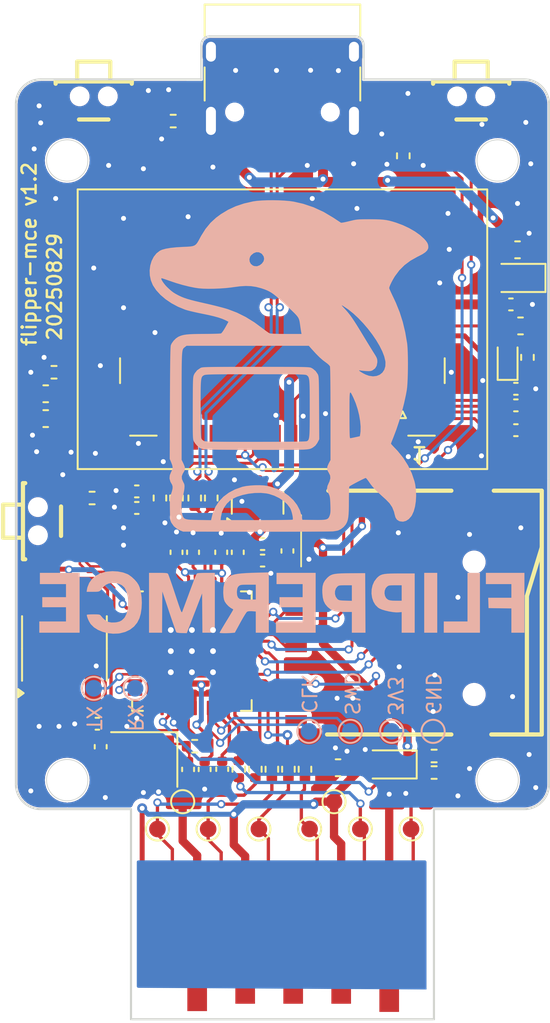
<source format=kicad_pcb>
(kicad_pcb (version 20241229) (generator "pcbnew") (generator_version "9.0")
  (layers (0 "F.Cu" signal) (2 "B.Cu" signal) (13 "F.Paste" user) (15 "B.Paste" user) (5 "F.SilkS" user "F.Silkscreen") (7 "B.SilkS" user "B.Silkscreen") (1 "F.Mask" user) (3 "B.Mask" user) (25 "Edge.Cuts" user))
  (net 0 "")
  (net 1 "GND")
  (net 3 "+1V1")
  (net 4 "+3V3")
  (net 5 "Net-(DS1-VCC)")
  (net 6 "Net-(DS1-C2P)")
  (net 7 "Net-(DS1-C2N)")
  (net 8 "Net-(D2-K)")
  (net 9 "Net-(DS1-C1P)")
  (net 10 "Net-(DS1-C1N)")
  (net 11 "VBUS")
  (net 12 "Net-(D4-A)")
  (net 13 "XIN")
  (net 14 "Net-(C20-Pad1)")
  (net 15 "Net-(DS1-VCOMH)")
  (net 17 "SD_CLK")
  (net 20 "SD_MISO")
  (net 21 "SD_CS")
  (net 22 "SD_MOSI")
  (net 24 "GC_DAT")
  (net 31 "OLED_SDA")
  (net 32 "Net-(DS1-IREF)")
  (net 35 "OLED_SCL")
  (net 37 "GC_CMD")
  (net 38 "GC_CS")
  (net 39 "GC_SENSE")
  (net 40 "GC_CLK")
  (net 41 "GC_ACK")
  (net 43 "D-")
  (net 44 "Net-(J3-CC1)")
  (net 45 "Net-(J3-CC2)")
  (net 47 "D+")
  (net 48 "UART_TX")
  (net 49 "UART_RX")
  (net 50 "/U_D+")
  (net 51 "/U_D-")
  (net 52 "XOUT")
  (net 53 "Net-(U3-GPIO16)")
  (net 54 "Net-(U3-GPIO17)")
  (net 55 "Net-(U3-GPIO18)")
  (net 56 "Net-(U3-GPIO19)")
  (net 57 "Net-(U3-GPIO20)")
  (net 58 "Net-(R17-Pad2)")
  (net 59 "QSPI_SS")
  (net 60 "Net-(U3-GPIO15)")
  (net 61 "SW1")
  (net 62 "SW2")
  (net 63 "GC_3.3V")
  (net 65 "QSPI_SCLK")
  (net 67 "QSPI_SD0")
  (net 69 "QSPI_SD1")
  (net 71 "QSPI_SD2")
  (net 74 "PSRAM_CS")
  (net 75 "PSRAM_IO3")
  (net 78 "PSRAM_IO0")
  (net 79 "PSRAM_CLK")
  (net 80 "QSPI_SD3")
  (net 81 "PSRAM_IO1")
  (net 82 "PSRAM_IO2")
  (net 85 "Net-(U3-SWCLK)")
  (net 86 "Net-(U3-SWD)")
  (footprint "Capacitor_SMD:C_0402_1005Metric" (layer "F.Cu") (at 202.2 73.2)
    (property "Reference" "C13" (hide yes))
    (property "Value" "1u")
  )
  (footprint "Resistor_SMD:R_0402_1005Metric" (layer "F.Cu") (at 188.76 101.29 90)
    (property "Reference" "R16" (hide yes))
    (property "Value" "22")
  )
  (footprint "Capacitor_SMD:C_0603_1608Metric" (layer "F.Cu") (at 191.76 101.2)
    (property "Reference" "C17" (hide yes))
    (property "Value" "4.7u")
  )
  (footprint "TestPoint:TestPoint_Pad_D1.0mm" (layer "F.Cu") (at 191.516 103.251)
    (property "Reference" "TP5" (hide yes))
    (property "Value" "TestPoint" (hide yes))
  )
  (footprint "Library:GC_MEMCARD" (layer "F.Cu") (at 179.248152 116.396962)
    (property "Reference" "J2" (hide yes))
    (property "Value" "~" (hide yes))
  )
  (footprint "Resistor_SMD:R_0402_1005Metric" (layer "F.Cu") (at 186.76 101.29 90)
    (property "Reference" "R12" (hide yes))
    (property "Value" "220")
  )
  (footprint "Library:RP2040-QFN-56" (layer "F.Cu") (at 182.93 94.152)
    (property "Reference" "U3" (hide yes))
    (property "Value" "RP2040")
  )
  (footprint "Resistor_SMD:R_0402_1005Metric" (layer "F.Cu") (at 183.1 84.9 -90)
    (property "Reference" "R4" (hide yes))
    (property "Value" "22")
  )
  (footprint "Resistor_SMD:R_0402_1005Metric" (layer "F.Cu") (at 197.56 101.49 180)
    (property "Reference" "R18" (hide yes))
    (property "Value" "0")
  )
  (footprint "Capacitor_SMD:C_0402_1005Metric" (layer "F.Cu") (at 185.7 88.18 90)
    (property "Reference" "C8" (hide yes))
    (property "Value" "100n")
  )
  (footprint "Capacitor_SMD:C_0402_1005Metric" (layer "F.Cu") (at 183.7 101.3 -90)
    (property "Reference" "C1" (hide yes))
    (property "Value" "100n")
  )
  (footprint "TestPoint:TestPoint_Pad_D1.0mm" (layer "F.Cu") (at 182.372 103.251)
    (property "Reference" "TP4" (hide yes))
    (property "Value" "TestPoint" (hide yes))
  )
  (footprint "Resistor_SMD:R_0402_1005Metric" (layer "F.Cu") (at 184.1 84.9 -90)
    (property "Reference" "R5" (hide yes))
    (property "Value" "22")
  )
  (footprint "Capacitor_SMD:C_0402_1005Metric" (layer "F.Cu") (at 179.6 84.5 180)
    (property "Reference" "C5" (hide yes))
    (property "Value" "100n")
  )
  (footprint "Capacitor_SMD:C_0402_1005Metric" (layer "F.Cu") (at 202.5 79.3 180)
    (property "Reference" "C15" (hide yes))
    (property "Value" "1uF")
  )
  (footprint "Resistor_SMD:R_0402_1005Metric" (layer "F.Cu") (at 182 84.9 90)
    (property "Reference" "R7" (hide yes))
    (property "Value" "4.7K")
  )
  (footprint "TestPoint:TestPoint_Pad_D1.0mm" (layer "F.Cu") (at 190.04 104.902)
    (property "Reference" "TP7" (hide yes))
    (property "Value" "TestPoint" (hide yes))
  )
  (footprint "Capacitor_SMD:C_0402_1005Metric" (layer "F.Cu") (at 177.42 99.93 90)
    (property "Reference" "C19" (hide yes))
    (property "Value" "5p")
  )
  (footprint "Diode_SMD:D_SOD-523" (layer "F.Cu") (at 202 76.5 90)
    (property "Reference" "D4" (hide yes))
    (property "Value" "1N4148WT")
  )
  (footprint "Resistor_SMD:R_0402_1005Metric" (layer "F.Cu") (at 185.76 101.29 90)
    (property "Reference" "R11" (hide yes))
    (property "Value" "22")
  )
  (footprint "Resistor_SMD:R_0402_1005Metric" (layer "F.Cu") (at 183.1 99.9 180)
    (property "Reference" "R10" (hide yes))
    (property "Value" "1k")
  )
  (footprint "Capacitor_SMD:C_0402_1005Metric" (layer "F.Cu") (at 184.76 101.29 -90)
    (property "Reference" "C7" (hide yes))
    (property "Value" "100n")
  )
  (footprint "Resistor_SMD:R_0402_1005Metric" (layer "F.Cu") (at 197.56 100.49)
    (property "Reference" "R9" (hide yes))
    (property "Value" "10k")
  )
  (footprint "Capacitor_SMD:C_0402_1005Metric" (layer "F.Cu") (at 187.2 88.68)
    (property "Reference" "C3" (hide yes))
    (property "Value" "100n")
  )
  (footprint "Capacitor_SMD:C_0603_1608Metric" (layer "F.Cu") (at 202.6 69.9 180)
    (property "Reference" "C16" (hide yes))
    (property "Value" "4.7u")
  )
  (footprint "Capacitor_SMD:C_0402_1005Metric" (layer "F.Cu") (at 187.2 87.68)
    (property "Reference" "C10" (hide yes))
    (property "Value" "1u")
  )
  (footprint "Capacitor_SMD:C_0402_1005Metric" (layer "F.Cu") (at 182 88.18 90)
    (property "Reference" "C2" (hide yes))
    (property "Value" "100n")
  )
  (footprint "Capacitor_SMD:C_0603_1608Metric" (layer "F.Cu") (at 174.1 80.1 180)
    (property "Reference" "C11" (hide yes))
    (property "Value" "2.2uF")
  )
  (footprint "Capacitor_SMD:C_0402_1005Metric" (layer "F.Cu") (at 179.6 85.5 180)
    (property "Reference" "C6" (hide yes))
    (property "Value" "100n")
  )
  (footprint "Resistor_SMD:R_0402_1005Metric" (layer "F.Cu") (at 195.7 64.22 -90)
    (property "Reference" "R2" (hide yes))
    (property "Value" "5.1k")
  )
  (footprint "TestPoint:TestPoint_Pad_D1.0mm" (layer "F.Cu") (at 193.104 104.902)
    (property "Reference" "TP8" (hide yes))
    (property "Value" "TestPoint" (hide yes))
  )
  (footprint "Package_TO_SOT_SMD:SOT-23" (layer "F.Cu") (at 186.9 85.2 90)
    (property "Reference" "U2" (hide yes))
    (property "Value" "XC6206P332MR")
  )
  (footprint "Resistor_SMD:R_0402_1005Metric" (layer "F.Cu") (at 174.6 77.3)
    (property "Reference" "R15" (hide yes))
    (property "Value" "390K")
  )
  (footprint "Capacitor_SMD:C_0603_1608Metric" (layer "F.Cu") (at 202.78 74.5)
    (property "Reference" "C18" (hide yes))
    (property "Value" "4.7uF")
  )
  (footprint "Resistor_SMD:R_0402_1005Metric" (layer "F.Cu") (at 189.76 101.29 90)
    (property "Reference" "R14" (hide yes))
    (property "Value" "220")
  )
  (footprint "Capacitor_SMD:C_0402_1005Metric" (layer "F.Cu") (at 184.7 88.18 90)
    (property "Reference" "C9" (hide yes))
    (property "Value" "1u")
  )
  (footprint "Resistor_SMD:R_0402_1005Metric" (layer "F.Cu") (at 203.2 76.4 90)
    (property "Reference" "R6" (hide yes))
    (property "Value" "4.7K")
  )
  (footprint "TestPoint:TestPoint_Pad_D1.0mm" (layer "F.Cu") (at 196.168 104.902)
    (property "Reference" "TP1" (hide yes))
    (property "Value" "TestPoint" (hide yes))
  )
  (footprint "Capacitor_SMD:C_0402_1005Metric" (layer "F.Cu") (at 202.5 80.8)
    (property "Reference" "C12" (hide yes))
    (property "Value" "1uF")
  )
  (footprint "Connector_USB:USB_C_Receptacle_HRO_TYPE-C-31-M-12" (layer "F.Cu") (at 188.4 58.978 180)
    (property "Reference" "J3" (hide yes))
    (property "Value" "USB_C_Receptacle_USB2.0")
  )
  (footprint "Library:SW-SMD_TS24CA" (layer "F.Cu") (at 174.4 86.3 90)
    (property "Reference" "SW3" (hide yes))
    (property "Value" "USER")
  )
  (footprint "TestPoint:TestPoint_Pad_D1.0mm" (layer "F.Cu") (at 180.848 104.902)
    (property "Reference" "TP2" (hide yes))
    (property "Value" "TestPoint" (hide yes))
  )
  (footprint "Capacitor_SMD:C_0402_1005Metric" (layer "F.Cu") (at 202.5 78.3)
    (property "Reference" "C22" (hide yes))
    (property "Value" "100n")
  )
  (footprint "Capacitor_SMD:C_0402_1005Metric" (layer "F.Cu") (at 188.7 88.1 -90)
    (property "Reference" "C14" (hide yes))
    (property "Value" "1u")
  )
  (footprint "Resistor_SMD:R_0402_1005Metric" (layer "F.Cu") (at 181 84.9 90)
    (property "Reference" "R8" (hide yes))
    (property "Value" "4.7K")
  )
  (footprint "Capacitor_SMD:C_0402_1005Metric" (layer "F.Cu") (at 182.7 101.3 -90)
    (property "Reference" "C20" (hide yes))
    (property "Value" "5p")
  )
  (footprint "Resistor_SMD:R_0402_1005Metric" (layer "F.Cu") (at 187.76 101.29 90)
    (property "Reference" "R13" (hide yes))
    (property "Value" "220")
  )
  (footprint "Capacitor_SMD:C_0402_1005Metric" (layer "F.Cu") (at 183 88.18 90)
    (property "Reference" "C23" (hide yes))
    (property "Value" "100n")
  )
  (footprint "Library:SW-SMD_TS24CA" (layer "F.Cu") (at 177 61.4)
    (property "Reference" "SW2" (hide yes))
    (property "Value" "USER2")
  )
  (footprint "Capacitor_SMD:C_0402_1005Metric" (layer "F.Cu") (at 177.22 98.54 180)
    (property "Reference" "C4" (hide yes))
    (property "Value" "100n")
  )
  (footprint "TestPoint:TestPoint_Pad_D1.0mm" (layer "F.Cu") (at 186.976 104.902)
    (property "Reference" "TP6" (hide yes))
    (property "Value" "TestPoint" (hide yes))
  )
  (footprint "Crystal:Crystal_SMD_3225-4Pin_3.2x2.5mm" (layer "F.Cu") (at 180.05 100.7 180)
    (property "Reference" "Y1" (hide yes))
    (property "Value" "12 Mhz")
  )
  (footprint "Package_SO:SOIC-8_3.9x4.9mm_P1.27mm" (layer "F.Cu") (at 175.23 93.992 90)
    (property "Reference" "U4" (hide yes))
    (property "Value" "LY68L6400SLIT")
  )
  (footprint "Library:TF-SMD_TF-01A" (layer "F.Cu") (at 194.5 91.823 90)
    (property "Reference" "Card1" (hide yes))
    (property "Value" "TF-01A")
  )
  (footprint "Library:USON-8_2x3mm_P0.5mm" (layer "F.Cu") (at 178.9 87.2)
    (property "Reference" "U5" (hide yes))
    (property "Value" "W25Q16JVUXIQ")
  )
  (footprint "Library:GC_OLED_096_FPC" (layer "F.Cu") (at 188.4 77.8 180)
    (property "Reference" "DS1" (hide yes))
    (property "Value" "OLED-128O064D" (hide yes))
  )
  (footprint "Diode_SMD:D_SOD-323" (layer "F.Cu") (at 194.9 101 180)
    (property "Reference" "D3" (hide yes))
    (property "Value" "B5819WS")
  )
  (footprint "Capacitor_SMD:C_0603_1608Metric" (layer "F.Cu") (at 174.1 78.6)
    (property "Reference" "C21" (hide yes))
    (property "Value" "4.7uF")
  )
  (footprint "Resistor_SMD:R_0402_1005Metric" (layer "F.Cu") (at 176.9 84.9 180)
    (property "Reference" "R17" (hide yes))
    (property "Value" "1k")
  )
  (footprint "Resistor_SMD:R_0402_1005Metric" (layer "F.Cu") (at 181.8 62.12)
    (property "Reference" "R3" (hide yes))
    (property "Value" "5.1k")
  )
  (footprint "TestPoint:TestPoint_Pad_D1.0mm" (layer "F.Cu") (at 183.912 104.902)
    (property "Reference" "TP3" (hide yes))
    (property "Value" "TestPoint" (hide yes))
  )
  (footprint "Library:SW-SMD_TS24CA" (layer "F.Cu") (at 199.8 61.4)
    (property "Reference" "SW1" (hide yes))
    (property "Value" "USER1")
  )
  (footprint "Diode_SMD:D_SOD-323" (layer "F.Cu") (at 202.6775 71.6 180)
    (property "Reference" "D2" (hide yes))
    (property "Value" "B5819WS")
  )
  (footprint "TestPoint:TestPoint_Pad_D1.0mm" (layer "B.Cu") (at 192.5 99 180)
    (property "Reference" "TP10" (hide yes))
    (property "Value" "TestPoint" (hide yes))
  )
  (footprint "TestPoint:TestPoint_Pad_D1.0mm" (layer "B.Cu") (at 190 99 180)
    (property "Reference" "TP9" (hide yes))
    (property "Value" "TestPoint" (hide yes))
  )
  (footprint "Library:flipper-LOGO" (layer "B.Cu") (at 188.4 80 180)
    (property "Reference" "G***" (hide yes))
    (property "Value" "LOGO" (hide yes))
  )
  (footprint "TestPoint:TestPoint_Pad_D1.0mm" (layer "B.Cu") (at 197.5 99 180)
    (property "Reference" "TP14" (hide yes))
    (property "Value" "TestPoint" (hide yes))
  )
  (footprint "TestPoint:TestPoint_Pad_D1.0mm" (layer "B.Cu") (at 195 99 180)
    (property "Reference" "TP13" (hide yes))
    (property "Value" "TestPoint" (hide yes))
  )
  (footprint "TestPoint:TestPoint_Pad_D1.0mm" (layer "B.Cu") (at 179.5 96.4 180)
    (property "Reference" "TP12" (hide yes))
    (property "Value" "TestPoint" (hide yes))
  )
  (footprint "TestPoint:TestPoint_Pad_D1.0mm" (layer "B.Cu") (at 177 96.4 180)
    (property "Reference" "TP11" (hide yes))
    (property "Value" "TestPoint" (hide yes))
  )
  (gr_poly (pts (xy 197 106.9) (xy 197 114.5) (xy 179.7 114.4) (xy 179.7 106.9)) (stroke (width 0.2)) (fill yes) (layer "B.Cu"))
  (gr_line (start 179.25 103.7) (end 173.8 103.7) (stroke (width 0.127)) (layer "Edge.Cuts"))
  (gr_line (start 173.8 59.6) (end 183.5 59.6) (stroke (width 0.127)) (layer "Edge.Cuts"))
  (gr_line (start 172.3 102.2) (end 172.3 83.8) (stroke (width 0.127)) (layer "Edge.Cuts"))
  (gr_circle (center 201.4 64.5) (end 202.65 64.5) (stroke (width 0.05)) (fill no) (layer "Edge.Cuts"))
  (gr_line (start 204.5 83.8) (end 204.5 61.1) (stroke (width 0.127)) (layer "Edge.Cuts"))
  (gr_line (start 193.3 59.6) (end 203 59.6) (stroke (width 0.127)) (layer "Edge.Cuts"))
  (gr_line (start 172.3 83.8) (end 172.3 61.1) (stroke (width 0.127)) (layer "Edge.Cuts"))
  (gr_arc (start 204.5 102.2) (mid 204.06066 103.26066) (end 203 103.7) (stroke (width 0.127)) (layer "Edge.Cuts"))
  (gr_line (start 179.25 103.7) (end 179.25 116.4) (stroke (width 0.127)) (layer "Edge.Cuts"))
  (gr_circle (center 175.4 64.5) (end 176.65 64.5) (stroke (width 0.05)) (fill no) (layer "Edge.Cuts"))
  (gr_line (start 179.25 116.4) (end 197.55 116.4) (stroke (width 0.127)) (layer "Edge.Cuts"))
  (gr_line (start 197.55 116.4) (end 197.55 103.7) (stroke (width 0.127)) (layer "Edge.Cuts"))
  (gr_arc (start 203 59.6) (mid 204.06066 60.03934) (end 204.5 61.1) (stroke (width 0.127)) (layer "Edge.Cuts"))
  (gr_arc (start 192.8 57) (mid 193.153553 57.146447) (end 193.3 57.5) (stroke (width 0.127)) (layer "Edge.Cuts"))
  (gr_arc (start 173.8 103.7) (mid 172.73934 103.26066) (end 172.3 102.2) (stroke (width 0.127)) (layer "Edge.Cuts"))
  (gr_line (start 197.55 103.7) (end 203 103.7) (stroke (width 0.127)) (layer "Edge.Cuts"))
  (gr_arc (start 183.5 57.5) (mid 183.646447 57.146447) (end 184 57) (stroke (width 0.127)) (layer "Edge.Cuts"))
  (gr_arc (start 172.3 61.1) (mid 172.73934 60.03934) (end 173.8 59.6) (stroke (width 0.127)) (layer "Edge.Cuts"))
  (gr_circle (center 175.4 101.95) (end 176.65 101.95) (stroke (width 0.05)) (fill no) (layer "Edge.Cuts"))
  (gr_line (start 192.8 57) (end 184 57) (stroke (width 0.127)) (layer "Edge.Cuts"))
  (gr_circle (center 201.4 101.95) (end 202.65 101.95) (stroke (width 0.05)) (fill no) (layer "Edge.Cuts"))
  (gr_line (start 204.5 102.2) (end 204.5 83.8) (stroke (width 0.127)) (layer "Edge.Cuts"))
  (gr_line (start 193.3 57.5) (end 193.3 59.6) (stroke (width 0.127)) (layer "Edge.Cuts"))
  (gr_line (start 183.5 57.5) (end 183.5 59.6) (stroke (width 0.127)) (layer "Edge.Cuts"))
  (gr_text "20250829" (at 175.13 75.47 90) (layer "F.SilkS") (effects (font (size 0.85 0.85)) (justify left bottom)))
  (gr_text "flipper-mce v1.2" (at 173.6 75.8 90) (layer "F.SilkS") (effects (font (size 0.85 0.85)) (justify left bottom)))
  (gr_text "TX" (at 176.5 99 270) (layer "B.SilkS") (effects (font (size 0.85 0.85) (thickness 0.12)) (justify left bottom mirror)))
  (gr_text "SWD" (at 192.1 98.1 270) (layer "B.SilkS") (effects (font (size 0.85 0.85) (thickness 0.12)) (justify left bottom mirror)))
  (gr_text "GND" (at 197 98.1 270) (layer "B.SilkS") (effects (font (size 0.85 0.85) (thickness 0.12)) (justify left bottom mirror)))
  (gr_text "CLK" (at 189.5 98 270) (layer "B.SilkS") (effects (font (size 0.85 0.85) (thickness 0.12)) (justify left bottom mirror)))
  (gr_text "RX" (at 179 99.1 270) (layer "B.SilkS") (effects (font (size 0.85 0.85) (thickness 0.12)) (justify left bottom mirror)))
  (gr_text "3V3" (at 194.7 98.1 270) (layer "B.SilkS") (effects (font (size 0.85 0.85) (thickness 0.12)) (justify left bottom mirror)))
  (segment (start 178.46 99.84) (end 178.13 99.51) (width 0.6) (layer "F.Cu") (net 1))
  (segment (start 173.325 78.6) (end 173.325 81.075) (width 0.3) (layer "F.Cu") (net 1))
  (segment (start 179.12 85.93) (end 179.12 85.5) (width 0.3) (layer "F.Cu") (net 1))
  (segment (start 187.68 89.43) (end 187.7 89.45) (width 0.3) (layer "F.Cu") (net 1))
  (segment (start 181.9 98.5) (end 181.93 98.47) (width 0.18) (layer "F.Cu") (net 1))
  (segment (start 181.93 98.47) (end 181.93 97.5895) (width 0.18) (layer "F.Cu") (net 1))
  (segment (start 183.7 101.77) (end 183.7 102.49) (width 0.5) (layer "F.Cu") (net 1))
  (segment (start 187.78 88.58) (end 187.68 88.68) (width 0.3) (layer "F.Cu") (net 1))
  (segment (start 181.839638 98.458238) (end 181.8376 98.4562) (width 0.18) (layer "F.Cu") (net 1))
  (segment (start 185.1125 63.0575) (end 184.9575 63.0575) (width 0.381) (layer "F.Cu") (net 1))
  (segment (start 191 100.6) (end 191 101.273) (width 0.5) (layer "F.Cu") (net 1))
  (segment (start 191 79.8) (end 189.8024 79.8) (width 0.3) (layer "F.Cu") (net 1))
  (segment (start 191 79.8) (end 191.6 79.8) (width 0.3) (layer "F.Cu") (net 1))
  (segment (start 184.075 62.433) (end 184.4 62.108) (width 0.2) (layer "F.Cu") (net 1))
  (segment (start 182.372 103.251) (end 182.372 105.622) (width 0.5) (layer "F.Cu") (net 1))
  (segment (start 201.448 62.32) (end 201.475 62.293) (width 0.18) (layer "F.Cu") (net 1))
  (segment (start 174.09 77.3) (end 173.2 77.3) (width 0.3) (layer "F.Cu") (net 1))
  (segment (start 184.7 87.025) (end 184.7 87.7) (width 0.3) (layer "F.Cu") (net 1))
  (segment (start 176.63 99.52) (end 176.26 99.15) (width 0.6) (layer "F.Cu") (net 1))
  (segment (start 185.7 87.7) (end 185.7 87.2) (width 0.3) (layer "F.Cu") (net 1))
  (segment (start 178.8 87.75) (end 178.8 86.25) (width 0.3) (layer "F.Cu") (net 1))
  (segment (start 185.7 87.2) (end 185.95 86.95) (width 0.3) (layer "F.Cu") (net 1))
  (segment (start 179.12 85.5) (end 179.12 84.5) (width 0.381) (layer "F.Cu") (net 1))
  (segment (start 199.776 99.583) (end 199.776 101.174) (width 0.6) (layer "F.Cu") (net 1))
  (segment (start 176.26 99.15) (end 175.85 98.74) (width 0.6) (layer "F.Cu") (net 1))
  (segment (start 175.85 98.74) (end 175.85 98.55) (width 0.6) (layer "F.Cu") (net 1))
  (segment (start 187.68 88.68) (end 187.68 89.43) (width 0.3) (layer "F.Cu") (net 1))
  (segment (start 182.372 101.842) (end 182.3 101.77) (width 0.5) (layer "F.Cu") (net 1))
  (segment (start 176.26 99.15) (end 176.62 99.51) (width 0.6) (layer "F.Cu") (net 1))
  (segment (start 188.2048 79.9) (end 188.65 80.3452) (width 0.18) (layer "F.Cu") (net 1))
  (segment (start 191 79.8) (end 191.15 79.95) (width 0.3) (layer "F.Cu") (net 1))
  (segment (start 181.139405 102.510595) (end 181.139405 101.472351) (width 0.3) (layer "F.Cu") (net 1))
  (segment (start 177.4 87.95) (end 178.6 87.95) (width 0.3) (layer "F.Cu") (net 1))
  (segment (start 191.6 100) (end 191 100.6) (width 0.5) (layer "F.Cu") (net 1))
  (segment (start 181.2 82.7) (end 181.65 82.25) (width 0.18) (layer "F.Cu") (net 1))
  (segment (start 174.955 84.625) (end 174.955 83.665) (width 0.18) (layer "F.Cu") (net 1))
  (segment (start 192.15 80.35) (end 192.15 81.23) (width 0.3) (layer "F.Cu") (net 1))
  (segment (start 174.955 83.665) (end 175.13 83.49) (width 0.18) (layer "F.Cu") (net 1))
  (segment (start 191.6 79.8) (end 192.15 80.35) (width 0.3) (layer "F.Cu") (net 1))
  (segment (start 174.923 62.223) (end 174.9 62.2) (width 0.381) (layer "F.Cu") (net 1))
  (segment (start 191.15 79.95) (end 191.15 81.23) (width 0.3) (layer "F.Cu") (net 1))
  (segment (start 183.248152 106.498152) (end 183.248152 113.566962) (width 0.5) (layer "F.Cu") (net 1))
  (segment (start 195.7 64.73) (end 194.71 64.73) (width 0.18) (layer "F.Cu") (net 1))
  (segment (start 176.62 99.51) (end 178.13 99.51) (width 0.6) (layer "F.Cu") (net 1))
  (segment (start 177.135 96.467) (end 177.135 95.167) (width 0.3) (layer "F.Cu") (net 1))
  (segment (start 182 87.7) (end 182 86.95) (width 0.3) (layer "F.Cu") (net 1))
  (segment (start 203.3 69.975) (end 203.3 68.9) (width 0.3) (layer "F.Cu") (net 1))
  (segment (start 181.65 82.25) (end 181.65 81.23) (width 0.18) (layer "F.Cu") (net 1))
  (segment (start 194.848152 102.798152) (end 194.848152 113.616962) (width 0.5) (layer "F.Cu") (net 1))
  (segment (start 194.7 64.72) (end 194.71 64.73) (width 0.18) (layer "F.Cu") (net 1))
  (segment (start 184.9575 63.0575) (end 184.0425 62.1425) (width 0.5) (layer "F.Cu") (net 1))
  (segment (start 178.8 86.25) (end 179.12 85.93) (width 0.3) (layer "F.Cu") (net 1))
  (segment (start 187.68 87.68) (end 187.68 88.68) (width 0.3) (layer "F.Cu") (net 1))
  (segment (start 179.12 85.5) (end 178.3 85.5) (width 0.3) (layer "F.Cu") (net 1))
  (segment (start 202.66 73.2) (end 203.5 73.2) (width 0.3) (layer "F.Cu") (net 1))
  (segment (start 173.325 81.075) (end 173.3 81.1) (width 0.3) (layer "F.Cu") (net 1))
  (segment (start 200.45 62.32) (end 201.448 62.32) (width 0.3) (layer "F.Cu") (net 1))
  (segment (start 189.65 79.9524) (end 189.65 81.23) (width 0.18) (layer "F.Cu") (net 1))
  (segment (start 196 82.4) (end 195.65 82.05) (width 0.3) (layer "F.Cu") (net 1))
  (segment (start 175.125 62.25) (end 173.819 62.25) (width 0.381) (layer "F.Cu") (net 1))
  (segment (start 203.555 74.7) (end 203.555 73.455) (width 0.3) (layer "F.Cu") (net 1))
  (segment (start 177.15 95.152) (end 177.15 95.05) (width 0.18) (layer "F.Cu") (net 1))
  (segment (start 182.26 101.77) (end 180.89 101.77) (width 0.2) (layer "F.Cu") (net 1))
  (segment (start 178.3 85.5) (end 178.25 85.45) (width 0.3) (layer "F.Cu") (net 1))
  (segment (start 188.7 88.58) (end 187.78 88.58) (width 0.3) (layer "F.Cu") (net 1))
  (segment (start 191.725 63.125) (end 192.633 62.217) (width 0.5) (layer "F.Cu") (net 1))
  (segment (start 185.95 85.1) (end 185.95 86.1375) (width 0.3) (layer "F.Cu") (net 1))
  (segment (start 181.8376 98.4562) (end 181.8376 98.4376) (width 0.18) (layer "F.Cu") (net 1))
  (segment (start 179.12 84.5) (end 178.4 84.5) (width 0.381) (layer "F.Cu") (net 1))
  (segment (start 178.6 87.95) (end 178.8 87.75) (width 0.3) (layer "F.Cu") (net 1))
  (segment (start 181.15 82.65) (end 181.15 81.23) (width 0.18) (layer "F.Cu") (net 1))
  (segment (start 199.776 101.174) (end 199.7 101.25) (width 0.6) (layer "F.Cu") (net 1))
  (segment (start 181.07 102.58) (end 181.139405 102.510595) (width 0.3) (layer "F.Cu") (net 1))
  (segment (start 177.135 95.167) (end 177.15 95.152) (width 0.18) (layer "F.Cu") (net 1))
  (segment (start 189.8024 79.8) (end 189.65 79.9524) (width 0.3) (layer "F.Cu") (net 1))
  (segment (start 182.372 105.622) (end 183.248152 106.498152) (width 0.5) (layer "F.Cu") (net 1))
  (segment (start 202.98 78.3) (end 203.7 78.3) (width 0.6) (layer "F.Cu") (net 1))
  (segment (start 188.65 80.3452) (end 188.65 81.23) (width 0.18) (layer "F.Cu") (net 1))
  (segment (start 182.372 103.251) (end 182.372 101.842) (width 0.5) (layer "F.Cu") (net 1))
  (segment (start 178.4 84.5) (end 178.35 84.45) (width 0.381) (layer "F.Cu") (net 1))
  (segment (start 175.86 98.54) (end 175.85 98.55) (width 0.18) (layer "F.Cu") (net 1))
  (segment (start 195.65 82.05) (end 195.65 81.05) (width 0.3) (layer "F.Cu") (net 1))
  (segment (start 188 79.9) (end 188.2048 79.9) (width 0.18) (layer "F.Cu") (net 1))
  (segment (start 184.76 101.77) (end 180.89 101.77) (width 0.5) (layer "F.Cu") (net 1))
  (segment (start 176.74 98.54) (end 175.86 98.54) (width 0.3) (layer "F.Cu") (net 1))
  (segment (start 176.66 99.52) (end 176.63 99.52) (width 0.6) (layer "F.Cu") (net 1))
  (segment (start 181.2 82.7) (end 181.15 82.65) (width 0.18) (layer "F.Cu") (net 1))
  (segment (start 185.95 86.95) (end 185.95 86.1375) (width 0.3) (layer "F.Cu") (net 1))
  (segment (start 183 87.7) (end 183 87) (width 0.3) (layer "F.Cu") (net 1))
  (via (at 189.65 79.9524) (size 0.5) (drill 0.3) (layers "F.Cu" "B.Cu") (net 1))
  (via (at 200.45 62.32) (size 0.5) (drill 0.3) (layers "F.Cu" "B.Cu") (net 1))
  (via (at 186.4 90.6) (size 0.5) (drill 0.3) (layers "F.Cu" "B.Cu") (net 1))
  (via (at 192.65 97) (size 0.5) (drill 0.3) (layers "F.Cu" "B.Cu") (net 1))
  (via (at 192.3 100.2) (size 0.5) (drill 0.3) (layers "F.Cu" "B.Cu") (net 1))
  (via (at 200.5 77.8) (size 0.5) (drill 0.3) (layers "F.Cu" "B.Cu") (net 1))
  (via (at 194.4 62.9) (size 0.5) (drill 0.3) (layers "F.Cu" "B.Cu") (net 1))
  (via (at 190.2 66.8) (size 0.5) (drill 0.3) (layers "F.Cu" "B.Cu") (net 1))
  (via (at 198.6 77.3) (size 0.5) (drill 0.3) (layers "F.Cu" "B.Cu") (net 1))
  (via (at 195.45 95.1) (size 0.5) (drill 0.3) (layers "F.Cu" "B.Cu") (net 1))
  (via (at 190 88.6) (size 0.5) (drill 0.3) (layers "F.Cu" "B.Cu") (net 1))
  (via (at 195.4 87) (size 0.5) (drill 0.3) (layers "F.Cu" "B.Cu") (net 1))
  (via (at 181.525 60.225) (size 0.5) (drill 0.3) (layers "F.Cu" "B.Cu") (net 1))
  (via (at 195.85 102.75) (size 0.5) (drill 0.3) (layers "F.Cu" "B.Cu") (net 1))
  (via (at 184.2 64.9) (size 0.5) (drill 0.3) (layers "F.Cu" "B.Cu") (net 1))
  (via (at 189.9 64.8) (size 0.5) (drill 0.3) (layers "F.Cu" "B.Cu") (net 1))
  (via (at 178.8 68) (size 0.5) (drill 0.3) (layers "F.Cu" "B.Cu") (net 1))
  (via (at 177 71) (size 0.5) (drill 0.3) (layers "F.Cu" "B.Cu") (net 1))
  (via (at 182 86.95) (size 0.5) (drill 0.3) (layers "F.Cu" "B.Cu") (net 1))
  (via (at 191 79.8) (size 0.5) (drill 0.3) (layers "F.Cu" "B.Cu") (net 1))
  (via (at 199 102.9) (size 0.5) (drill 0.3) (layers "F.Cu" "B.Cu") (net 1))
  (via (at 198.475 69.875) (size 0.5) (drill 0.3) (layers "F.Cu" "B.Cu") (net 1))
  (via (at 191.7 97) (size 0.5) (drill 0.3) (layers "F.Cu" "B.Cu") (net 1))
  (via (at 178.25 85.45) (size 0.5) (drill 0.3) (layers "F.Cu" "B.Cu") (net 1))
  (via (at 192.9 67.4) (size 0.5) (drill 0.3) (layers "F.Cu" "B.Cu") (net 1))
  (via (at 177.7 103) (size 0.5) (drill 0.3) (layers "F.Cu" "B.Cu") (net 1))
  (via (at 202.8 86.7) (size 0.5) (drill 0.3) (layers "F.Cu" "B.Cu") (net 1))
  (via (at 203.3 68.9) (size 0.5) (drill 0.3) (layers "F.Cu" "B.Cu") (net 1))
  (via (at 185.5 83.8) (size 0.5) (drill 0.3) (layers "F.Cu" "B.Cu") (net 1))
  (via (at 198.4 67.7) (size 0.5) (drill 0.3) (layers "F.Cu" "B.Cu") (net 1))
  (via (at 203.4 64.7) (size 0.5) (drill 0.3) (layers "F.Cu" "B.Cu") (net 1))
  (via (at 185.95 85.1) (size 0.5) (drill 0.3) (layers "F.Cu" "B.Cu") (net 1))
  (via (at 197.6 95.6) (size 0.5) (drill 0.3) (layers "F.Cu" "B.Cu") (net 1))
  (via (at 191.78 59.07) (size 0.5) (drill 0.3) (layers "F.Cu" "B.Cu") (net 1))
  (via (at 178.8 86.7) (size 0.5) (drill 0.3) (layers "F.Cu" "B.Cu") (net 1))
  (via (at 194.71 64.73) (size 0.5) (drill 0.3) (layers "F.Cu" "B.Cu") (net 1))
  (via (at 180 65) (size 0.5) (drill 0.3) (layers "F.Cu" "B.Cu") (net 1))
  (via (at 173.7 61.2) (size 0.5) (drill 0.3) (layers "F.Cu" "B.Cu") (net 1))
  (via (at 177.9 64.8) (size 0.5) (drill 0.3) (layers "F.Cu" "B.Cu") (net 1))
  (via (at 180.91522 102.65307) (size 0.5) (drill 0.3) (layers "F.Cu" "B.Cu") (net 1))
  (via (at 173.2 102.6) (size 0.5) (drill 0.3) (layers "F.Cu" "B.Cu") (net 1))
  (via (at 196.9 64.8) (size 0.5) (drill 0.3) (layers "F.Cu" "B.Cu") (net 1))
  (via (at 187.7 89.45) (size 0.5) (drill 0.3) (layers "F.Cu" "B.Cu") (net 1))
  (via (at 193.4 100.1) (size 0.5) (drill 0.3) (layers "F.Cu" "B.Cu") (net 1))
  (via (at 194.848152 102.798152) (size 0.5) (drill 0.3) (layers "F.Cu" "B.Cu") (net 1))
  (via (at 203.7 78.3) (size 0.5) (drill 0.3) (layers "F.Cu" "B.Cu") (net 1))
  (via (at 195.98 60.45) (size 0.5) (drill 0.3) (layers "F.Cu" "B.Cu") (net 1))
  (via (at 203.1 62.2) (size 0.5) (drill 0.3) (layers "F.Cu" "B.Cu") (net 1))
  (via (at 173.55 82.1) (size 0.5) (drill 0.3) (layers "F.Cu" "B.Cu") (net 1))
  (via (at 181.3 86.4) (size 0.5) (drill 0.3) (layers "F.Cu" "B.Cu") (net 1))
  (via (at 180 102.7) (size 0.5) (drill 0.3) (layers "F.Cu" "B.Cu") (net 1))
  (via (at 183.7 102.49) (size 0.5) (drill 0.3) (layers "F.Cu" "B.Cu") (net 1))
  (via (at 203.5 73.2) (size 0.5) (drill 0.3) (layers "F.Cu" "B.Cu") (net 1))
  (via (at 197.5 97.8) (size 0.5) (drill 0.3) (layers "F.Cu" "B.Cu") (net 1))
  (via (at 175.63 82.13) (size 0.5) (drill 0.3) (layers "F.Cu" "B.Cu") (net 1))
  (via (at 191.6 100) (size 0.5) (drill 0.3) (layers "F.Cu" "B.Cu") (net 1))
  (via (at 199.7 101.25) (size 0.5) (drill 0.3) (layers "F.Cu" "B.Cu") (net 1))
  (via (at 177.15 95.05) (size 0.5) (drill 0.3) (layers "F.Cu" "B.Cu") (net 1))
  (via (at 183 87) (size 0.5) (drill 0.3) (layers "F.Cu" "B.Cu") (net 1))
  (via (at 174.9 98.7) (size 0.5) (drill 0.3) (layers "F.Cu" "B.Cu") (net 1))
  (via (at 202.3 96.9) (size 0.5) (drill 0.3) (layers "F.Cu" "B.Cu") (net 1))
  (via (at 190.1 59.05) (size 0.5) (drill 0.3) (layers "F.Cu" "B.Cu") (net 1))
  (via (at 203.7 102.4) (size 0.5) (drill 0.3) (layers "F.Cu" "B.Cu") (net 1))
  (via (at 175.13 83.49) (size 0.5) (drill 0.3) (layers "F.Cu" "B.Cu") (net 1))
  (via (at 199.7 87.1) (size 0.5) (drill 0.3) (layers "F.Cu" "B.Cu") (net 1))
  (via (at 173.796 62.227) (size 0.5) (drill 0.3) (layers "F.Cu" "B.Cu") (net 1))
  (via (at 196.6 81.5) (size 0.5) (drill 0.3) (layers "F.Cu" "B.Cu") (net 1))
  (via (at 179.6 98.2) (size 0.5) (drill 0.3) (layers "F.Cu" "B.Cu") (net 1))
  (via (at 177.1 82.2) (size 0.5) (drill 0.3) (layers "F.Cu" "B.Cu") (net 1))
  (via (at 185.57 59.06) (size 0.5) (drill 0.3) (layers "F.Cu" "B.Cu") (net 1))
  (via (at 174.7 66.8) (size 0.5) (drill 0.3) (layers "F.Cu" "B.Cu") (net 1))
  (via (at 197.9 71.9) (size 0.5) (drill 0.3) (layers "F.Cu" "B.Cu") (net 1))
  (via (at 177.4 76.9) (size 0.5) (drill 0.3) (layers "F.Cu" "B.Cu") (net 1))
  (via (at 179 98.7) (size 0.5) (drill 0.3) (layers "F.Cu" "B.Cu") (net 1))
  (via (at 181.1 63.2) (size 0.5) (drill 0.3) (layers "F.Cu" "B.Cu") (net 1))
  (via (at 203.3 100.4) (size 0.5) (drill 0.3) (layers "F.Cu" "B.Cu") (net 1))
  (via (at 188 79.9) (size 0.5) (drill 0.3) (layers "F.Cu" "B.Cu") (net 1))
  (via (at 173.7 98.7) (size 0.5) (drill 0.3) (layers "F.Cu" "B.Cu") (net 1))
  (via (at 178.35 84.45) (size 0.5) (drill 0.3) (layers "F.Cu" "B.Cu") (net 1))
  (via (at 180.7 74.9) (size 0.5) (drill 0.3) (layers "F.Cu" "B.Cu") (net 1))
  (via (at 173.2 77.3) (size 0.5) (drill 0.3) (layers "F.Cu" "B.Cu") (net 1))
  (via (at 178.8 73.4) (size 0.5) (drill 0.3) (layers "F.Cu" "B.Cu") (net 1))
  (via (at 199 90.9) (size 0.5) (drill 0.3) (layers "F.Cu" "B.Cu") (net 1))
  (via (at 178.8 87.75) (size 0.5) (drill 0.3) (layers "F.Cu" "B.Cu") (net 1))
  (via (at 202.6 67.1) (size 0.5) (drill 0.3) (layers "F.Cu" "B.Cu") (net 1))
  (via (at 180.3 60.275) (size 0.5) (drill 0.3) (layers "F.Cu" "B.Cu") (net 1))
  (via (at 184.7 87.025) (size 0.5) (drill 0.3) (layers "F.Cu" "B.Cu") (net 1))
  (via (at 173.3 81.1) (size 0.5) (drill 0.3) (layers "F.Cu" "B.Cu") (net 1))
  (via (at 174 76.4) (size 0.5) (drill 0.3) (layers "F.Cu" "B.Cu") (net 1))
  (via (at 192.7 64.7) (size 0.5) (drill 0.3) (layers "F.Cu" "B.Cu") (net 1))
  (via (at 181.2 82.7) (size 0.5) (drill 0.3) (layers "F.Cu" "B.Cu") (net 1))
  (via (at 200.42 82.35) (size 0.5) (drill 0.3) (layers "F.Cu" "B.Cu") (net 1))
  (via (at 179.7 81.6) (size 0.5) (drill 0.3) (layers "F.Cu" "B.Cu") (net 1))
  (via (at 181.839638 98.458238) (size 0.5) (drill 0.3) (layers "F.Cu" "B.Cu") (net 1))
  (via (at 188.04 59.06) (size 0.5) (drill 0.3) (layers "F.Cu" "B.Cu") (net 1))
  (via (at 173.4 63.8) (size 0.5) (drill 0.3) (layers "F.Cu" "B.Cu") (net 1))
  (via (at 182.7 67.9) (size 0.5) (drill 0.3) (layers "F.Cu" "B.Cu") (net 1))
  (via (at 196 82.4) (size 0.5) (drill 0.3) (layers "F.Cu" "B.Cu") (net 1))
  (via (at 175.85 98.55) (size 0.5) (drill 0.3) (layers "F.Cu" "B.Cu") (net 1))
  (segment (start 184.73 90.7145) (end 184.73 88.69) (width 0.2) (layer "F.Cu") (net 3))
  (segment (start 184.73 88.69) (end 184.7 88.66) (width 0.1524) (layer "F.Cu") (net 3))
  (segment (start 181.9 88.83) (end 181.9 88.66) (width 0.18) (layer "F.Cu") (net 3))
  (segment (start 183.53 98.2786) (end 183.53 97.5895) (width 0.2) (layer "F.Cu") (net 3))
  (segment (start 182.73 90.7145) (end 182.73 89.66) (width 0.18) (layer "F.Cu") (net 3))
  (segment (start 184.28 92.1) (end 181.3 92.1) (width 0.1524) (layer "F.Cu") (net 3))
  (segment (start 183.392984 98.415616) (end 183.415616 98.415616) (width 0.2) (layer "F.Cu") (net 3))
  (segment (start 184.1324 100.4376) (end 183.76 100.81) (width 0.2) (layer "F.Cu") (net 3))
  (segment (start 184.73 90.7145) (end 184.73 91.65) (width 0.1524) (layer "F.Cu") (net 3))
  (segment (start 181.2 96.08) (end 183.6 96.08) (width 0.1524) (layer "F.Cu") (net 3))
  (segment (start 181 92.4) (end 181 95.88) (width 0.1524) (layer "F.Cu") (net 3))
  (segment (start 184.1324 99.5324) (end 184.1324 100.4376) (width 0.2) (layer "F.Cu") (net 3))
  (segment (start 183.2086 98.6) (end 183.53 98.2786) (width 0.2) (layer "F.Cu") (net 3))
  (segment (start 183.2086 98.6) (end 183.2086 98.6086) (width 0.2) (layer "F.Cu") (net 3))
  (segment (start 184.73 91.65) (end 184.28 92.1) (width 0.1524) (layer "F.Cu") (net 3))
  (segment (start 181.3 92.1) (end 181 92.4) (width 0.1524) (layer "F.Cu") (net 3))
  (segment (start 181 95.88) (end 181.2 96.08) (width 0.1524) (layer "F.Cu") (net 3))
  (segment (start 183.2086 98.6) (end 183.392984 98.415616) (width 0.2) (layer "F.Cu") (net 3))
  (segment (start 183.2086 98.6086) (end 184.1324 99.5324) (width 0.2) (layer "F.Cu") (net 3))
  (segment (start 182.73 89.66) (end 181.9 88.83) (width 0.18) (layer "F.Cu") (net 3))
  (via (at 184.743148 89.44772) (size 0.5) (drill 0.3) (layers "F.Cu" "B.Cu") (net 3))
  (via (at 182.517938 89.382062) (size 0.5) (drill 0.3) (layers "F.Cu" "B.Cu") (net 3))
  (via (at 183.2086 98.6) (size 0.5) (drill 0.3) (layers "F.Cu" "B.Cu") (net 3))
  (via (at 183.5 96.2) (size 0.5) (drill 0.3) (layers "F.Cu" "B.Cu") (net 3))
  (segment (start 183.2086 98.6) (end 183.5 98.3086) (width 0.3) (layer "B.Cu") (net 3))
  (segment (start 183.5 98.3086) (end 183.5 96.2) (width 0.3) (layer "B.Cu") (net 3))
  (segment (start 184.67749 89.382062) (end 182.517938 89.382062) (width 0.3) (layer "B.Cu") (net 3))
  (segment (start 184.743148 89.44772) (end 184.67749 89.382062) (width 0.3) (layer "B.Cu") (net 3))
  (segment (start 185.1876 100) (end 185.1876 99.222901) (width 0.2) (layer "F.Cu") (net 4))
  (segment (start 195.95 101) (end 195.95 100.85) (width 0.5) (layer "F.Cu") (net 4))
  (segment (start 199.4 75.1) (end 201.6 77.3) (width 0.3) (layer "F.Cu") (net 4))
  (segment (start 180.08 85.98) (end 180.2 86.1) (width 0.3) (layer "F.Cu") (net 4))
  (segment (start 183 89.08) (end 183 88.66) (width 0.18) (layer "F.Cu") (net 4))
  (segment (start 186.72 89.08) (end 186.72 88.68) (width 0.2) (layer "F.Cu") (net 4))
  (segment (start 193.2 85.1) (end 193.2 82.9) (width 0.381) (layer "F.Cu") (net 4))
  (segment (start 186.3675 91.552) (end 185.5 91.552) (width 0.2) (layer "F.Cu") (net 4))
  (segment (start 186.72 88.9) (end 186.72 87.9) (width 0.2) (layer "F.Cu") (net 4))
  (segment (start 180.5 94.98) (end 180.5 96.58) (width 0.18) (layer "F.Cu") (net 4))
  (segment (start 185.7 89.36) (end 185.16 89.9) (width 0.3) (layer "F.Cu") (net 4))
  (segment (start 181.1 85.5) (end 181.6 85.5) (width 0.5) (layer "F.Cu") (net 4))
  (segment (start 184.73 98.226736) (end 184.73 97.8095) (width 0.2) (layer "F.Cu") (net 4))
  (segment (start 180.272 91.552) (end 182.8 91.552) (width 0.2) (layer "F.Cu") (net 4))
  (segment (start 185.53 91.522) (end 185.5 91.552) (width 0.2) (layer "F.Cu") (net 4))
  (segment (start 180.5 96.58) (end 180.6124 96.6924) (width 0.18) (layer "F.Cu") (net 4))
  (segment (start 190.57 87.62) (end 188.7 87.62) (width 0.5) (layer "F.Cu") (net 4))
  (segment (start 189.224 92.822) (end 190.628 92.822) (width 0.5) (layer "F.Cu") (net 4))
  (segment (start 202.4 77.3) (end 202.81 77.3) (width 0.3) (layer "F.Cu") (net 4))
  (segment (start 185.7 88.66) (end 186.7 88.66) (width 0.5) (layer "F.Cu") (net 4))
  (segment (start 174.53603 89.2) (end 173.3 90.43603) (width 0.3) (layer "F.Cu") (net 4))
  (segment (start 187.04375 86.94375) (end 186.72 87.2675) (width 0.5) (layer "F.Cu") (net 4))
  (segment (start 191.65 82) (end 191.65 82.15) (width 0.3) (layer "F.Cu") (net 4))
  (segment (start 191.65 82.45) (end 191.6 82.5) (width 0.3) (layer "F.Cu") (net 4))
  (segment (start 193.2 85.1) (end 193.2 82.35) (width 0.381) (layer "F.Cu") (net 4))
  (segment (start 192.95 82.5) (end 193.15 82.3) (width 0.3) (layer "F.Cu") (net 4))
  (segment (start 179.4925 95.152) (end 178.348 95.152) (width 0.2) (layer "F.Cu") (net 4))
  (segment (start 195.95 98.8) (end 190.85 93.7) (width 0.5) (layer "F.Cu") (net 4))
  (segment (start 193.15 82.3) (end 193.15 82.85) (width 0.3) (layer "F.Cu") (net 4))
  (segment (start 186.72 87.2675) (end 186.72 88.9) (width 0.5) (layer "F.Cu") (net 4))
  (segment (start 180.2 86.1) (end 180.2 86.45) (width 0.3) (layer "F.Cu") (net 4))
  (segment (start 190.65 82.25) (end 190.65 81.23) (width 0.3) (layer "F.Cu") (net 4))
  (segment (start 192.8 82.5) (end 193.2 82.9) (width 0.3) (layer "F.Cu") (net 4))
  (segment (start 195.95 99.9) (end 195.95 98.8) (width 0.5) (layer "F.Cu") (net 4))
  (segment (start 183.2876 96.6924) (end 183.13 96.85) (width 0.18) (layer "F.Cu") (net 4))
  (segment (start 184.73 95.867616) (end 185.445616 95.152) (width 0.2) (layer "F.Cu") (net 4))
  (segment (start 190.85 93.1) (end 190.85 92.1) (width 0.5) (layer "F.Cu") (net 4))
  (segment (start 178.74 91.3) (end 178.992 91.552) (width 0.2) (layer "F.Cu") (net 4))
  (segment (start 181.6 85.5) (end 182.15 86.05) (width 0.5) (layer "F.Cu") (net 4))
  (segment (start 185.13 91.31) (end 185.13 90.7145) (width 0.2) (layer "F.Cu") (net 4))
  (segment (start 191.6 82.5) (end 190.9 82.5) (width 0.3) (layer "F.Cu") (net 4))
  (segment (start 187.85 86.1375) (end 187.04375 86.94375) (width 0.5) (layer "F.Cu") (net 4))
  (segment (start 193.15 82.85) (end 193.2 82.9) (width 0.3) (layer "F.Cu") (net 4))
  (segment (start 173.3 91.492) (end 173.325 91.517) (width 0.18) (layer "F.Cu") (net 4))
  (segment (start 184.73 96.58) (end 184.6176 96.6924) (width 0.18) (layer "F.Cu") (net 4))
  (segment (start 201.6 77.3) (end 202.4 77.3) (width 0.3) (layer "F.Cu") (net 4))
  (segment (start 184.73 97.5895) (end 184.73 96.58) (width 0.2) (layer "F.Cu") (net 4))
  (segment (start 183.13 89.68) (end 183.13 90.7145) (width 0.18) (layer "F.Cu") (net 4))
  (segment (start 183.175 89.745) (end 183.53 90.1) (width 0.18) (layer "F.Cu") (net 4))
  (segment (start 180.08 85.5) (end 181.1 85.5) (width 0.5) (layer "F.Cu") (net 4))
  (segment (start 184.73 96.58) (end 184.73 95.867616) (width 0.2) (layer "F.Cu") (net 4))
  (segment (start 192.95 82.5) (end 192.7 82.5) (width 0.3) (layer "F.Cu") (net 4))
  (segment (start 185.53 90.7145) (end 185.53 91.522) (width 0.2) (layer "F.Cu") (net 4))
  (segment (start 185.53 90.27) (end 185.8 90) (width 0.2) (layer "F.Cu") (net 4))
  (segment (start 185.13 90.7145) (end 185.13 89.81) (width 0.2) (layer "F.Cu") (net 4))
  (segment (start 188.7 86.34) (end 188.4975 86.1375) (width 0.5) (layer "F.Cu") (net 4))
  (segment (start 192.2 82.5) (end 191.6 82.5) (width 0.3) (layer "F.Cu") (net 4))
  (segment (start 180.5 94.98) (end 180.5 91.78) (width 0.2) (layer "F.Cu") (net 4))
  (segment (start 185.198781 99.21172) (end 185.198781 98.695517) (width 0.2) (layer "F.Cu") (net 4))
  (segment (start 178.0424 98.1976) (end 177.7 98.54) (width 0.2) (layer "F.Cu") (net 4))
  (segment (start 184.76 100.81) (end 184.76 100.4276) (width 0.2) (layer "F.Cu") (net 4))
  (segment (start 186.7 88.66) (end 186.72 88.68) (width 0.2) (layer "F.Cu") (net 4))
  (segment (start 186.72 89.08) (end 185.8 90) (width 0.3) (layer "F.Cu") (net 4))
  (segment (start 185.1876 99.222901) (end 185.198781 99.21172) (width 0.2) (layer "F.Cu") (net 4))
  (segment (start 191.65 82) (end 191.65 82.45) (width 0.3) (layer "F.Cu") (net 4))
  (segment (start 185.5 91.552) (end 185.372 91.552) (width 0.2) (layer "F.Cu") (net 4))
  (segment (start 185.53 90.7145) (end 185.53 90.27) (width 0.2) (layer "F.Cu") (net 4))
  (segment (start 183.13 89.7) (end 183.13 89.6) (width 0.18) (layer "F.Cu") (net 4))
  (segment (start 185.13 89.81) (end 185.7 89.24) (width 0.2) (layer "F.Cu") (net 4))
  (segment (start 183.13 89.4) (end 183.13 89.21) (width 0.18) (layer "F.Cu") (net 4))
  (segment (start 190.85 87.9) (end 190.85 92.1) (width 0.5) (layer "F.Cu") (net 4))
  (segment (start 182.8 91.552) (end 183.358 91.552) (width 0.2) (layer "F.Cu") (net 4))
  (segment (start 202.02 77.22) (end 202 77.2) (width 0.3) (layer "F.Cu") (net 4))
  (segment (start 190.9 82.5) (end 190.65 82.25) (width 0.3) (layer "F.Cu") (net 4))
  (segment (start 182.8 91.552) (end 182.928 91.552) (width 0.2) (layer "F.Cu") (net 4))
  (segment (start 185.445616 91.606384) (end 185.5 91.552) (width 0.2) (layer "F.Cu") (net 4))
  (segment (start 191.65 81.23) (end 191.65 82) (width 0.3) (layer "F.Cu") (net 4))
  (segment (start 178.348 95.152) (end 178.0424 95.4576) (width 0.2) (layer "F.Cu") (net 4))
  (segment (start 195.95 101) (end 195.95 99.9) (width 0.5) (layer "F.Cu") (net 4))
  (segment (start 183.53 90.7145) (end 183.53 91.38) (width 0.2) (layer "F.Cu") (net 4))
  (segment (start 186.72 88.9) (end 186.72 89.08) (width 0.3) (layer "F.Cu") (net 4))
  (segment (start 193.2 86.6) (end 193.2 85.1) (width 0.381) (layer "F.Cu") (net 4))
  (segment (start 190.85 93.7) (end 190.85 93.1) (width 0.5) (layer "F.Cu") (net 4))
  (segment (start 190.628 92.822) (end 190.85 92.6) (width 0.5) (layer "F.Cu") (net 4))
  (segment (start 183.13 89.21) (end 183 89.08) (width 0.18) (layer "F.Cu") (net 4))
  (segment (start 185.372 91.552) (end 185.13 91.31) (width 0.2) (layer "F.Cu") (net 4))
  (segment (start 183.13 91.35) (end 183.13 90.7145) (width 0.2) (layer "F.Cu") (net 4))
  (segment (start 180.6124 96.6924) (end 183.2876 96.6924) (width 0.18) (layer "F.Cu") (net 4))
  (segment (start 184.6176 96.6924) (end 183.2876 96.6924) (width 0.18) (layer "F.Cu") (net 4))
  (segment (start 192.7 82.5) (end 192.2 82.5) (width 0.3) (layer "F.Cu") (net 4))
  (segment (start 190.85 87.9) (end 190.57 87.62) (width 0.5) (layer "F.Cu") (net 4))
  (segment (start 196.31 100.49) (end 197.05 100.49) (width 0.5) (layer "F.Cu") (net 4))
  (segment (start 192.7 82.5) (end 192.8 82.5) (width 0.3) (layer "F.Cu") (net 4))
  (segment (start 195.95 100.85) (end 196.31 100.49) (width 0.5) (layer "F.Cu") (net 4))
  (segment (start 183.13 89.6) (end 183.13 89.68) (width 0.18) (layer "F.Cu") (net 4))
  (segment (start 185.7 88.66) (end 185.7 89.36) (width 0.3) (layer "F.Cu") (net 4))
  (segment (start 202.02 78.3) (end 202.02 77.22) (width 0.3) (layer "F.Cu") (net 4))
  (segment (start 175.47 89.2) (end 174.53603 89.2) (width 0.3) (layer "F.Cu") (net 4))
  (segment (start 202.81 77.3) (end 203.2 76.91) (width 0.3) (layer "F.Cu") (net 4))
  (segment (start 180.5 91.78) (end 180.272 91.552) (width 0.2) (layer "F.Cu") (net 4))
  (segment (start 180.08 84.5) (end 180.08 85.5) (width 0.5) (layer "F.Cu") (net 4))
  (segment (start 190.628 92.878) (end 190.85 93.1) (width 0.5) (layer "F.Cu") (net 4))
  (segment (start 185.445616 95.152) (end 185.445616 91.606384) (width 0.2) (layer "F.Cu") (net 4))
  (segment (start 180.08 85.98) (end 180.08 85.5) (width 0.3) (layer "F.Cu") (net 4))
  (segment (start 185.445616 95.152) (end 186.3675 95.152) (width 0.2) (layer "F.Cu") (net 4))
  (segment (start 183.53 90.1) (end 183.13 89.7) (width 0.18) (layer "F.Cu") (net 4))
  (segment (start 188.7 87.62) (end 188.7 86.9875) (width 0.5) (layer "F.Cu") (net 4))
  (segment (start 193.15 76.65) (end 194.7 75.1) (width 0.3) (layer "F.Cu") (net 4))
  (segment (start 183.53 90.7145) (end 183.53 90.1) (width 0.2) (layer "F.Cu") (net 4))
  (segment (start 194.7 75.1) (end 199.4 75.1) (width 0.3) (layer "F.Cu") (net 4))
  (segment (start 183.13 96.85) (end 183.13 97.5895) (width 0.18) (layer "F.Cu") (net 4))
  (segment (start 180.328 95.152) (end 180.5 94.98) (width 0.2) (layer "F.Cu") (net 4))
  (segment (start 188.7 86.9875) (end 188.7 86.34) (width 0.5) (layer "F.Cu") (net 4))
  (segment (start 184.76 100.4276) (end 185.1876 100) (width 0.2) (layer "F.Cu") (net 4))
  (segment (start 185.7 89.24) (end 185.7 88.66) (width 0.2) (layer "F.Cu") (net 4))
  (segment (start 182.928 91.552) (end 183.13 91.35) (width 0.2) (layer "F.Cu") (net 4))
  (segment (start 193.15 81.23) (end 193.15 76.65) (width 0.3) (layer "F.Cu") (net 4))
  (segment (start 190.85 92.6) (end 190.85 92.1) (width 0.5) (layer "F.Cu") (net 4))
  (segment (start 183.13 89.4) (end 183.13 89.6) (width 0.18) (layer "F.Cu") (net 4))
  (segment (start 192.2 82.5) (end 192 82.5) (width 0.3) (layer "F.Cu") (net 4))
  (segment (start 175.5 89.23) (end 175.47 89.2) (width 0.3) (layer "F.Cu") (net 4))
  (segment (start 178.992 91.552) (end 179.4925 91.552) (width 0.2) (layer "F.Cu") (net 4))
  (segment (start 183.358 91.552) (end 183.53 91.38) (width 0.2) (layer "F.Cu") (net 4))
  (segment (start 179.4925 95.152) (end 180.328 95.152) (width 0.2) (layer "F.Cu") (net 4))
  (segment (start 178.0424 95.4576) (end 178.0424 98.1976) (width 0.2) (layer "F.Cu") (net 4))
  (segment (start 173.3 90.43603) (end 173.3 91.492) (width 0.3) (layer "F.Cu") (net 4))
  (segment (start 188.4975 86.1375) (end 187.85 86.1375) (width 0.5) (layer "F.Cu") (net 4))
  (segment (start 192 82.5) (end 191.65 82.15) (width 0.3) (layer "F.Cu") (net 4))
  (segment (start 193.15 81.23) (end 193.15 82.3) (width 0.3) (layer "F.Cu") (net 4))
  (segment (start 190.628 92.822) (end 190.628 92.878) (width 0.5) (layer "F.Cu") (net 4))
  (segment (start 185.198781 98.695517) (end 184.73 98.226736) (width 0.2) (layer "F.Cu") (net 4))
  (segment (start 180.272 91.552) (end 179.4925 91.552) (width 0.2) (layer "F.Cu") (net 4))
  (via (at 175.5 89.23) (size 0.5) (drill 0.3) (layers "F.Cu" "B.Cu") (net 4))
  (via (at 193.2 86.6) (size 0.5) (drill 0.3) (layers "F.Cu" "B.Cu") (net 4))
  (via (at 190.85 87.9) (size 0.5) (drill 0.3) (layers "F.Cu" "B.Cu") (net 4))
  (via (at 182.15 86.05) (size 0.5) (drill 0.3) (layers "F.Cu" "B.Cu") (net 4))
  (via (at 195.95 99.9) (size 0.6) (drill 0.3) (layers "F.Cu" "B.Cu") (net 4))
  (via (at 187.04375 86.94375) (size 0.5) (drill 0.3) (layers "F.Cu" "B.Cu") (net 4))
  (via (at 178.74 91.3) (size 0.5) (drill 0.3) (layers "F.Cu" "B.Cu") (net 4))
  (segment (start 196 99.85) (end 196 99.2) (width 0.3) (layer "B.Cu") (net 4))
  (segment (start 178.74 91.04) (end 178.74 91.3) (width 0.3) (layer "B.Cu") (net 4))
  (segment (start 175.5 89.23) (end 176.93 89.23) (width 0.3) (layer "B.Cu") (net 4))
  (segment (start 195.95 99.9) (end 196 99.85) (width 0.3) (layer "B.Cu") (net 4))
  (segment (start 176.93 89.23) (end 178.74 91.04) (width 0.3) (layer "B.Cu") (net 4))
  (segment (start 182.15 86.05) (end 186.15 86.05) (width 0.5) (layer "B.Cu") (net 4))
  (segment (start 195.8 99) (end 195 99) (width 0.3) (layer "B.Cu") (net 4))
  (segment (start 196 99.2) (end 195.8 99) (width 0.3) (layer "B.Cu") (net 4))
  (segment (start 191.9 87.9) (end 193.2 86.6) (width 0.381) (layer "B.Cu") (net 4))
  (segment (start 190.85 87.9) (end 191.9 87.9) (width 0.381) (layer "B.Cu") (net 4))
  (segment (start 186.15 86.05) (end 187.04375 86.94375) (width 0.5) (layer "B.Cu") (net 4))
  (segment (start 182.15 81.23) (end 182.15 80.25) (width 0.18) (layer "F.Cu") (net 5))
  (segment (start 174.9426 79.9324) (end 174.875 80) (width 0.18) (layer "F.Cu") (net 5))
  (segment (start 181.8324 79.9324) (end 174.9426 79.9324) (width 0.18) (layer "F.Cu") (net 5))
  (segment (start 182.15 80.25) (end 181.8324 79.9324) (width 0.18) (layer "F.Cu") (net 5))
  (segment (start 202.98 80.48) (end 202.98 80.9) (width 0.18) (layer "F.Cu") (net 6))
  (segment (start 200.4 79.7) (end 200.9324 80.2324) (width 0.18) (layer "F.Cu") (net 6))
  (segment (start 199.7 79.7) (end 200.4 79.7) (width 0.18) (layer "F.Cu") (net 6))
  (segment (start 200.9324 80.2324) (end 202.7324 80.2324) (width 0.18) (layer "F.Cu") (net 6))
  (segment (start 199.7 79.7) (end 195.2 79.7) (width 0.18) (layer "F.Cu") (net 6))
  (segment (start 202.98 81) (end 202.98 80.68) (width 0.18) (layer "F.Cu") (net 6))
  (segment (start 202.7324 80.2324) (end 202.98 80.48) (width 0.18) (layer "F.Cu") (net 6))
  (segment (start 194.65 80.25) (end 194.65 81.23) (width 0.18) (layer "F.Cu") (net 6))
  (segment (start 195.2 79.7) (end 194.65 80.25) (width 0.18) (layer "F.Cu") (net 6))
  (segment (start 200.7 80.8) (end 200 80.1) (width 0.18) (layer "F.Cu") (net 7))
  (segment (start 201.92 80.8) (end 200.7 80.8) (width 0.18) (layer "F.Cu") (net 7))
  (segment (start 195.3 80.1) (end 195.15 80.25) (width 0.18) (layer "F.Cu") (net 7))
  (segment (start 195.15 80.25) (end 195.15 81.23) (width 0.18) (layer "F.Cu") (net 7))
  (segment (start 202.02 80.9) (end 201.92 80.8) (width 0.18) (layer "F.Cu") (net 7))
  (segment (start 200 80.1) (end 195.3 80.1) (width 0.18) (layer "F.Cu") (net 7))
  (segment (start 192.8 73.8) (end 193.4 73.2) (width 0.6) (layer "F.Cu") (net 8))
  (segment (start 188.1 84.0424) (end 187.8799 84.2625) (width 0.6) (layer "F.Cu") (net 8))
  (segment (start 201.72 73.2) (end 201.72 72.88) (width 0.6) (layer "F.Cu") (net 8))
  (segment (start 201.5 73.2) (end 201.7 73) (width 0.6) (layer "F.Cu") (net 8))
  (segment (start 203.3 72.4) (end 203.7275 71.9725) (width 0.6) (layer "F.Cu") (net 8))
  (segment (start 201.72 72.88) (end 202.2 72.4) (width 0.6) (layer "F.Cu") (net 8))
  (segment (start 192.8 73.8) (end 191.65 74.95) (width 0.6) (layer "F.Cu") (net 8))
  (segment (start 203.7275 71.9725) (end 203.7275 71.6) (width 0.6) (layer "F.Cu") (net 8))
  (segment (start 193.1 73.5) (end 192.8 73.8) (width 0.6) (layer "F.Cu") (net 8))
  (segment (start 187.8799 84.2625) (end 186.9 84.2625) (width 0.6) (layer "F.Cu") (net 8))
  (segment (start 193.4 73.2) (end 201.5 73.2) (width 0.6) (layer "F.Cu") (net 8))
  (segment (start 202.2 72.4) (end 203.3 72.4) (width 0.6) (layer "F.Cu") (net 8))
  (segment (start 188.8 77.9) (end 188.8 77.8) (width 0.6) (layer "F.Cu") (net 8))
  (segment (start 188.8 77.8) (end 191.65 74.95) (width 0.6) (layer "F.Cu") (net 8))
  (via (at 188.1 84.0424) (size 0.6) (drill 0.3) (layers "F.Cu" "B.Cu") (net 8))
  (via (at 188.8 77.9) (size 0.6) (drill 0.3) (layers "F.Cu" "B.Cu") (net 8))
  (segment (start 188.1 84.0424) (end 188.8 83.3424) (width 0.6) (layer "B.Cu") (net 8))
  (segment (start 188.8 83.3424) (end 188.8 77.9) (width 0.6) (layer "B.Cu") (net 8))
  (segment (start 200.6524 79.3524) (end 201.2 79.9) (width 0.18) (layer "F.Cu") (net 9))
  (segment (start 195.0476 79.3524) (end 194.85 79.55) (width 0.18) (layer "F.Cu") (net 9))
  (segment (start 194.85 79.55) (end 194.15 80.25) (width 0.18) (layer "F.Cu") (net 9))
  (segment (start 201.2 79.9) (end 202.78 79.9) (width 0.18) (layer "F.Cu") (net 9))
  (segment (start 195.1524 79.3524) (end 196.2 79.3524) (width 0.18) (layer "F.Cu") (net 9))
  (segment (start 202.98 79.7) (end 202.98 79.4) (width 0.18) (layer "F.Cu") (net 9))
  (segment (start 194.15 80.25) (end 194.15 81.23) (width 0.18) (layer "F.Cu") (net 9))
  (segment (start 196.2 79.3524) (end 200.6524 79.3524) (width 0.18) (layer "F.Cu") (net 9))
  (segment (start 196.2 79.3524) (end 195.0476 79.3524) (width 0.18) (layer "F.Cu") (net 9))
  (segment (start 202.78 79.9) (end 202.98 79.7) (width 0.18) (layer "F.Cu") (net 9))
  (segment (start 194.864957 79) (end 201.2 79) (width 0.18) (layer "F.Cu") (net 10))
  (segment (start 193.65 80.214957) (end 194.864957 79) (width 0.18) (layer "F.Cu") (net 10))
  (segment (start 193.65 81.23) (end 193.65 80.214957) (width 0.18) (layer "F.Cu") (net 10))
  (segment (start 201.7 79.5) (end 202.02 79.5) (width 0.18) (layer "F.Cu") (net 10))
  (segment (start 201.2 79) (end 201.7 79.5) (width 0.18) (layer "F.Cu") (net 10))
  (segment (start 192.15 65.8) (end 191.025 65.8) (width 0.6) (layer "F.Cu") (net 11))
  (segment (start 192.15 65.8) (end 190.9585 65.8) (width 0.6) (layer "F.Cu") (net 11))
  (segment (start 194.65 65.8) (end 192.15 65.8) (width 0.6) (layer "F.Cu") (net 11))
  (segment (start 194.75 65.7) (end 194.65 65.8) (width 0.6) (layer "F.Cu") (net 11))
  (segment (start 190.85 63.023) (end 190.85 65.625) (width 0.6) (layer "F.Cu") (net 11))
  (segment (start 201.7 71.6275) (end 201.7 68.55) (width 0.6) (layer "F.Cu") (net 11))
  (segment (start 201.7 68.55) (end 201.125 67.975) (width 0.6) (layer "F.Cu") (net 11))
  (segment (start 190.85 65.625) (end 191.025 65.8) (width 0.6) (layer "F.Cu") (net 11))
  (segment (start 201.6275 71.7) (end 201.7 71.6275) (width 0.6) (layer "F.Cu") (net 11))
  (segment (start 185.95 65.075) (end 185.95 63.023) (width 0.6) (layer "F.Cu") (net 11))
  (segment (start 186.4 65.525) (end 185.95 65.075) (width 0.6) (layer "F.Cu") (net 11))
  (via (at 194.75 65.7) (size 0.6) (drill 0.3) (layers "F.Cu" "B.Cu") (net 11))
  (via (at 186.4 65.525) (size 0.5) (drill 0.3) (layers "F.Cu" "B.Cu") (net 11))
  (via (at 201.125 67.975) (size 0.6) (drill 0.3) (layers "F.Cu" "B.Cu") (net 11))
  (via (at 190.85 65.625) (size 0.5) (drill 0.3) (layers "F.Cu" "B.Cu") (net 11))
  (segment (start 198.925 65.775) (end 201.125 67.975) (width 0.6) (layer "B.Cu") (net 11))
  (segment (start 186.4 65.525) (end 186.7 65.825) (width 0.6) (layer "B.Cu") (net 11))
  (segment (start 194.75 65.7) (end 194.825 65.775) (width 0.6) (layer "B.Cu") (net 11))
  (segment (start 194.825 65.775) (end 198.925 65.775) (width 0.6) (layer "B.Cu") (net 11))
  (segment (start 190.65 65.825) (end 190.85 65.625) (width 0.6) (layer "B.Cu") (net 11))
  (segment (start 186.7 65.825) (end 190.65 65.825) (width 0.6) (layer "B.Cu") (net 11))
  (segment (start 202.1 74.795) (end 202.005 74.7) (width 0.18) (layer "F.Cu") (net 12))
  (segment (start 189.15 81.23) (end 189.15 78.95) (width 0.18) (layer "F.Cu") (net 12))
  (segment (start 201.955 75.9) (end 203.245 75.9) (width 0.18) (layer "F.Cu") (net 12))
  (segment (start 189.15 78.95) (end 193.6 74.5) (width 0.18) (layer "F.Cu") (net 12))
  (segment (start 202.1 76) (end 202.1 74.795) (width 0.18) (layer "F.Cu") (net 12))
  (segment (start 193.6 74.5) (end 201.2 74.5) (width 0.18) (layer "F.Cu") (net 12))
  (segment (start 201.4 74.7) (end 202.005 74.7) (width 0.18) (layer "F.Cu") (net 12))
  (segment (start 201.2 74.5) (end 201.4 74.7) (width 0.18) (layer "F.Cu") (net 12))
  (segment (start 179.35 101.6) (end 178.48 101.6) (width 0.18) (layer "F.Cu") (net 13))
  (segment (start 182.037881 98.936838) (end 182.33 98.644719) (width 0.1524) (layer "F.Cu") (net 13))
  (segment (start 178.05 101.55) (end 177.42 100.92) (width 0.1524) (layer "F.Cu") (net 13))
  (segment (start 180.263162 98.936838) (end 182.037881 98.936838) (width 0.1524) (layer "F.Cu") (net 13))
  (segment (start 180 101.4) (end 180 99.2) (width 0.1524) (layer "F.Cu") (net 13))
  (segment (start 179.85 101.55) (end 180 101.4) (width 0.1524) (layer "F.Cu") (net 13))
  (segment (start 180 99.2) (end 180.263162 98.936838) (width 0.1524) (layer "F.Cu") (net 13))
  (segment (start 178.95 101.55) (end 179.85 101.55) (width 0.1524) (layer "F.Cu") (net 13))
  (segment (start 179.56 101.39) (end 179.35 101.6) (width 0.18) (layer "F.Cu") (net 13))
  (segment (start 177.42 100.92) (end 177.42 100.41) (width 0.1524) (layer "F.Cu") (net 13))
  (segment (start 178.95 101.55) (end 178.05 101.55) (width 0.1524) (layer "F.Cu") (net 13))
  (segment (start 182.33 98.644719) (end 182.33 97.5895) (width 0.1524) (layer "F.Cu") (net 13))
  (segment (start 182.77 100.34) (end 182.55 100.12) (width 0.1524) (layer "F.Cu") (net 14))
  (segment (start 182.55 100.12) (end 182.55 99.76) (width 0.1524) (layer "F.Cu") (net 14))
  (segment (start 182.59 99.76) (end 181.24 99.76) (width 0.1524) (layer "F.Cu") (net 14))
  (segment (start 182.77 100.81) (end 182.77 100.34) (width 0.1524) (layer "F.Cu") (net 14))
  (segment (start 180.71 99.79) (end 180.66 99.84) (width 0.2) (layer "F.Cu") (net 14))
  (segment (start 181.24 99.76) (end 181.15 99.85) (width 0.1524) (layer "F.Cu") (net 14))
  (segment (start 182.65 81.23) (end 182.7 81.18) (width 0.18) (layer "F.Cu") (net 15))
  (segment (start 176.7 79.6) (end 175.7 78.6) (width 0.18) (layer "F.Cu") (net 15))
  (segment (start 182.7 80.2) (end 182.1 79.6) (width 0.18) (layer "F.Cu") (net 15))
  (segment (start 175.7 78.6) (end 174.875 78.6) (width 0.18) (layer "F.Cu") (net 15))
  (segment (start 182.1 79.6) (end 176.7 79.6) (width 0.18) (layer "F.Cu") (net 15))
  (segment (start 182.7 81.18) (end 182.7 80.2) (width 0.18) (layer "F.Cu") (net 15))
  (segment (start 188.642 93.922) (end 187.872 93.152) (width 0.18) (layer "F.Cu") (net 17))
  (segment (start 189.224 93.922) (end 188.642 93.922) (width 0.18) (layer "F.Cu") (net 17))
  (segment (start 187.872 93.152) (end 186.3675 93.152) (width 0.18) (layer "F.Cu") (net 17))
  (segment (start 190.4 96.122) (end 189.224 96.122) (width 0.18) (layer "F.Cu") (net 20))
  (segment (start 194.05 96.1) (end 194.05 95.65) (width 0.18) (layer "F.Cu") (net 20))
  (segment (start 187.40278 94.25478) (end 187.1 93.952) (width 0.18) (layer "F.Cu") (net 20))
  (segment (start 188.1 95.8) (end 188.1 94.78) (width 0.18) (layer "F.Cu") (net 20))
  (segment (start 198.07 100.49) (end 198.07 100.17) (width 0.18) (layer "F.Cu") (net 20))
  (segment (start 187.1 93.952) (end 186.3675 93.952) (width 0.18) (layer "F.Cu") (net 20))
  (segment (start 187.57478 94.25478) (end 187.40278 94.25478) (width 0.18) (layer "F.Cu") (net 20))
  (segment (start 189.224 96.122) (end 188.422 96.122) (width 0.18) (layer "F.Cu") (net 20))
  (segment (start 188.422 96.122) (end 188.1 95.8) (width 0.18) (layer "F.Cu") (net 20))
  (segment (start 198.07 100.17) (end 194.05 96.15) (width 0.18) (layer "F.Cu") (net 20))
  (segment (start 188.1 94.78) (end 187.57478 94.25478) (width 0.18) (layer "F.Cu") (net 20))
  (via (at 194.05 95.65) (size 0.5) (drill 0.3) (layers "F.Cu" "B.Cu") (net 20))
  (via (at 190.4 96.122) (size 0.5) (drill 0.3) (layers "F.Cu" "B.Cu") (net 20))
  (segment (start 193.6 96.15) (end 190.428 96.15) (width 0.18) (layer "B.Cu") (net 20))
  (segment (start 190.428 96.15) (end 190.4 96.122) (width 0.18) (layer "B.Cu") (net 20))
  (segment (start 194.05 95.7) (end 193.6 96.15) (width 0.18) (layer "B.Cu") (net 20))
  (segment (start 186.858934 91.952) (end 188.005467 90.805467) (width 0.18) (layer "F.Cu") (net 21))
  (segment (start 189.224 90.622) (end 188.188934 90.622) (width 0.18) (layer "F.Cu") (net 21))
  (segment (start 186.3675 91.952) (end 186.858934 91.952) (width 0.18) (layer "F.Cu") (net 21))
  (segment (start 188.188934 90.622) (end 188.005467 90.805467) (width 0.18) (layer "F.Cu") (net 21))
  (segment (start 188.593392 91.722) (end 188.457696 91.857696) (width 0.18) (layer "F.Cu") (net 22))
  (segment (start 186.3675 92.752) (end 187.563392 92.752) (width 0.18) (layer "F.Cu") (net 22))
  (segment (start 187.563392 92.752) (end 188.457696 91.857696) (width 0.18) (layer "F.Cu") (net 22))
  (segment (start 189.224 91.722) (end 188.593392 91.722) (width 0.18) (layer "F.Cu") (net 22))
  (segment (start 188.76 102.54) (end 188.3 103) (width 0.2) (layer "F.Cu") (net 24))
  (segment (start 188.7 102.6) (end 188.3 103) (width 0.2) (layer "F.Cu") (net 24))
  (segment (start 188.76 102.2) (end 188.76 102.54) (width 0.2) (layer "F.Cu") (net 24))
  (segment (start 188.3 103) (end 186.976 104.324) (width 0.2) (layer "F.Cu") (net 24))
  (segment (start 187.548152 105.474152) (end 186.976 104.902) (width 0.2) (layer "F.Cu") (net 24))
  (segment (start 188.76 102.2) (end 188.76 101.8) (width 0.2) (layer "F.Cu") (net 24))
  (segment (start 187.548152 109.016962) (end 187.548152 105.474152) (width 0.2) (layer "F.Cu") (net 24))
  (segment (start 186.976 104.324) (end 186.976 104.902) (width 0.2) (layer "F.Cu") (net 24))
  (segment (start 192.1 83.570084) (end 191.762316 83.2324) (width 0.18) (layer "F.Cu") (net 31))
  (segment (start 186.2 82.3) (end 186.3 82.4) (width 0.18) (layer "F.Cu") (net 31))
  (segment (start 186.65 82.25) (end 186.5 82.4) (width 0.18) (layer "F.Cu") (net 31))
  (segment (start 186.3675 92.352) (end 186.9 92.352) (width 0.18) (layer "F.Cu") (net 31))
  (segment (start 186.15 81.23) (end 186.15 82.3) (width 0.18) (layer "F.Cu") (net 31))
  (segment (start 192.1 91.68) (end 192.1 83.570084) (width 0.18) (layer "F.Cu") (net 31))
  (segment (start 186.2 82.4) (end 185.9 82.4) (width 0.18) (layer "F.Cu") (net 31))
  (segment (start 187.802669 91.777331) (end 187.841701 91.777331) (width 0.18) (layer "F.Cu") (net 31))
  (segment (start 186.3675 92.352) (end 187.228 92.352) (width 0.18) (layer "F.Cu") (net 31))
  (segment (start 186.15 82.3) (end 186.15 82.35) (width 0.18) (layer "F.Cu") (net 31))
  (segment (start 181 84.1) (end 181 84.39) (width 0.18) (layer "F.Cu") (net 31))
  (segment (start 182.7 82.4) (end 181 84.1) (width 0.18) (layer "F.Cu") (net 31))
  (segment (start 187.39 83.2324) (end 187.2 83.0424) (width 0.18) (layer "F.Cu") (net 31))
  (segment (start 191.762316 83.2324) (end 187.39 83.2324) (width 0.18) (layer "F.Cu") (net 31))
  (segment (start 186.9 92.352) (end 187.228 92.352) (width 0.18) (layer "F.Cu") (net 31))
  (segment (start 186.05 82.4) (end 186.15 82.3) (width 0.18) (layer "F.Cu") (net 31))
  (segment (start 187.228 92.352) (end 187.802669 91.777331) (width 0.18) (layer "F.Cu") (net 31))
  (segment (start 186.3 82.4) (end 186.2 82.4) (width 0.18) (layer "F.Cu") (net 31))
  (segment (start 186.15 82.3) (end 186.2 82.3) (width 0.18) (layer "F.Cu") (net 31))
  (segment (start 186.65 81.23) (end 186.65 82.25) (width 0.18) (layer "F.Cu") (net 31))
  (segment (start 185.9 82.4) (end 186.05 82.4) (width 0.18) (layer "F.Cu") (net 31))
  (segment (start 185.9 82.4) (end 182.7 82.4) (width 0.18) (layer "F.Cu") (net 31))
  (segment (start 186.15 82.35) (end 186.2 82.4) (width 0.18) (layer "F.Cu") (net 31))
  (segment (start 186.5 82.4) (end 186.3 82.4) (width 0.18) (layer "F.Cu") (net 31))
  (segment (start 191.6 92.18) (end 192.1 91.68) (width 0.18) (layer "F.Cu") (net 31))
  (via (at 186.15 82.3076) (size 0.5) (drill 0.3) (layers "F.Cu" "B.Cu") (net 31))
  (via (at 191.6 92.18) (size 0.5) (drill 0.3) (layers "F.Cu" "B.Cu") (net 31))
  (via (at 187.2 83.0424) (size 0.5) (drill 0.3) (layers "F.Cu" "B.Cu") (net 31))
  (via (at 187.841701 91.777331) (size 0.5) (drill 0.3) (layers "F.Cu" "B.Cu") (net 31))
  (segment (start 187.2 83.0424) (end 186.8848 83.0424) (width 0.18) (layer "B.Cu") (net 31))
  (segment (start 186.8848 83.0424) (end 186.15 82.3076) (width 0.18) (layer "B.Cu") (net 31))
  (segment (start 188.24437 92.18) (end 187.841701 91.777331) (width 0.18) (layer "B.Cu") (net 31))
  (segment (start 191.6 92.18) (end 188.24437 92.18) (width 0.18) (layer "B.Cu") (net 31))
  (segment (start 177.5 79.2) (end 177.3 79.2) (width 0.18) (layer "F.Cu") (net 32))
  (segment (start 175.4 77.3) (end 175.11 77.3) (width 0.18) (layer "F.Cu") (net 32))
  (segment (start 183.15 79.95) (end 182.4 79.2) (width 0.18) (layer "F.Cu") (net 32))
  (segment (start 183.15 81.23) (end 183.15 79.95) (width 0.18) (layer "F.Cu") (net 32))
  (segment (start 177.3 79.2) (end 175.4 77.3) (width 0.18) (layer "F.Cu") (net 32))
  (segment (start 182.4 79.2) (end 177.5 79.2) (width 0.18) (layer "F.Cu") (net 32))
  (segment (start 187.476979 82.62302) (end 187.328959 82.475) (width 0.18) (layer "F.Cu") (net 35))
  (segment (start 182 83.8) (end 182 84.39) (width 0.18) (layer "F.Cu") (net 35))
  (segment (start 187.15 82.35) (end 187.15 82.4) (width 0.18) (layer "F.Cu") (net 35))
  (segment (start 186.7 82.8) (end 183 82.8) (width 0.18) (layer "F.Cu") (net 35))
  (segment (start 187.15 82.35) (end 186.95 82.55) (width 0.18) (layer "F.Cu") (net 35))
  (segment (start 192.4 94.05) (end 192.6 93.85) (width 0.18) (layer "F.Cu") (net 35))
  (segment (start 186.95 82.55) (end 186.7 82.8) (width 0.18) (layer "F.Cu") (net 35))
  (segment (start 187.476979 82.623021) (end 187.476979 82.62302) (width 0.18) (layer "F.Cu") (net 35))
  (segment (start 186.3675 93.552) (end 186.9 93.552) (width 0.18) (layer "F.Cu") (net 35))
  (segment (start 187.3 82.55) (end 186.95 82.55) (width 0.18) (layer "F.Cu") (net 35))
  (segment (start 187.753959 82.9) (end 187.476979 82.623021) (width 0.18) (layer "F.Cu") (net 35))
  (segment (start 187.476979 82.623021) (end 187.403959 82.55) (width 0.18) (layer "F.Cu") (net 35))
  (segment (start 192.6 83.6) (end 191.9 82.9) (width 0.18) (layer "F.Cu") (net 35))
  (segment (start 187.742304 93.757696) (end 187.742304 93.722304) (width 0.18) (layer "F.Cu") (net 35))
  (segment (start 187.2 93.552) (end 187.572 93.552) (width 0.18) (layer "F.Cu") (net 35))
  (segment (start 192.6 93.85) (end 192.6 83.6) (width 0.18) (layer "F.Cu") (net 35))
  (segment (start 187.225 82.475) (end 187.3 82.55) (width 0.18) (layer "F.Cu") (net 35))
  (segment (start 187.328959 82.475) (end 187.225 82.475) (width 0.18) (layer "F.Cu") (net 35))
  (segment (start 186.3675 93.552) (end 187.572 93.552) (width 0.18) (layer "F.Cu") (net 35))
  (segment (start 187.742304 93.722304) (end 187.572 93.552) (width 0.18) (layer "F.Cu") (net 35))
  (segment (start 187.403959 82.55) (end 187.3 82.55) (width 0.18) (layer "F.Cu") (net 35))
  (segment (start 183 82.8) (end 182 83.8) (width 0.18) (layer "F.Cu") (net 35))
  (segment (start 191.9 82.9) (end 187.753959 82.9) (width 0.18) (layer "F.Cu") (net 35))
  (segment (start 187.15 82.4) (end 187.225 82.475) (width 0.18) (layer "F.Cu") (net 35))
  (segment (start 187.15 81.23) (end 187.15 82.35) (width 0.18) (layer "F.Cu") (net 35))
  (segment (start 186.9 93.552) (end 187.2 93.552) (width 0.18) (layer "F.Cu") (net 35))
  (via (at 192.4 94.05) (size 0.5) (drill 0.3) (layers "F.Cu" "B.Cu") (net 35))
  (via (at 187.742304 93.757696) (size 0.5) (drill 0.3) (layers "F.Cu" "B.Cu") (net 35))
  (segment (start 188.034608 94.05) (end 187.742304 93.757696) (width 0.18) (layer "B.Cu") (net 35))
  (segment (start 192.4 94.05) (end 188.034608 94.05) (width 0.18) (layer "B.Cu") (net 35))
  (segment (start 189.54 104.402) (end 189.54 102.7) (width 0.2) (layer "F.Cu") (net 37))
  (segment (start 189.76 101.8) (end 189.73 101.83) (width 0.2) (layer "F.Cu") (net 37))
  (segment (start 190.498152 109.016962) (end 190.498152 105.360152) (width 0.2) (layer "F.Cu") (net 37))
  (segment (start 190.04 104.902) (end 189.54 104.402) (width 0.2) (layer "F.Cu") (net 37))
  (segment (start 189.73 102.51) (end 189.54 102.7) (width 0.2) (layer "F.Cu") (net 37))
  (segment (start 190.498152 105.360152) (end 190.04 104.902) (width 0.2) (layer "F.Cu") (net 37))
  (segment (start 189.73 101.83) (end 189.73 102.51) (width 0.2) (layer "F.Cu") (net 37))
  (segment (start 184.3 102.86) (end 186.079534 102.86) (width 0.2) (layer "F.Cu") (net 38))
  (segment (start 184.698152 109.016962) (end 184.698152 106.318152) (width 0.2) (layer "F.Cu") (net 38))
  (segment (start 183.912 104.902) (end 183.912 103.248) (width 0.2) (layer "F.Cu") (net 38))
  (segment (start 184.698152 106.318152) (end 183.912 105.532) (width 0.2) (layer "F.Cu") (net 38))
  (segment (start 186.079534 102.86) (end 186.76 102.179534) (width 0.2) (layer "F.Cu") (net 38))
  (segment (start 183.912 105.532) (end 183.912 104.902) (width 0.2) (layer "F.Cu") (net 38))
  (segment (start 186.76 102.179534) (end 186.76 101.8) (width 0.2) (layer "F.Cu") (net 38))
  (segment (start 183.912 103.248) (end 184.3 102.86) (width 0.2) (layer "F.Cu") (net 38))
  (segment (start 196.298152 108.816962) (end 196.298152 105.032152) (width 0.2) (layer "F.Cu") (net 39))
  (segment (start 196.168 103.432) (end 196.168 104.902) (width 0.2) (layer "F.Cu") (net 39))
  (segment (start 196.298152 105.032152) (end 196.168 104.902) (width 0.2) (layer "F.Cu") (net 39))
  (segment (start 198.07 101.49) (end 198.07 101.53) (width 0.2) (layer "F.Cu") (net 39))
  (segment (start 198.07 101.53) (end 196.168 103.432) (width 0.2) (layer "F.Cu") (net 39))
  (segment (start 187.76 101.8) (end 187.76 102.74) (width 0.2) (layer "F.Cu") (net 40))
  (segment (start 187.1 103.4) (end 184.7 103.4) (width 0.2) (layer "F.Cu") (net 40))
  (segment (start 180.848 103.302) (end 180.848 104.902) (width 0.2) (layer "F.Cu") (net 40))
  (segment (start 181.748152 109.016962) (end 181.748152 106.125152) (width 0.2) (layer "F.Cu") (net 40))
  (segment (start 187.76 102.74) (end 187.1 103.4) (width 0.2) (layer "F.Cu") (net 40))
  (segment (start 184.7 103.4) (end 184.6 103.3) (width 0.2) (layer "F.Cu") (net 40))
  (segment (start 180.848 105.225) (end 180.848 104.902) (width 0.2) (layer "F.Cu") (net 40))
  (segment (start 181.748152 106.125152) (end 180.848 105.225) (width 0.2) (layer "F.Cu") (net 40))
  (via (at 184.7 103.4) (size 0.5) (drill 0.3) (layers "F.Cu" "B.Cu") (net 40))
  (via (at 180.848 103.302) (size 0.5) (drill 0.3) (layers "F.Cu" "B.Cu") (net 40))
  (segment (start 184.7 103.4) (end 180.946 103.4) (width 0.2) (layer "B.Cu") (net 40))
  (segment (start 180.946 103.4) (end 180.848 103.302) (width 0.2) (layer "B.Cu") (net 40))
  (segment (start 185.76 101.8) (end 185.76 102.23) (width 0.2) (layer "F.Cu") (net 41))
  (segment (start 193.348152 109.016962) (end 193.348152 105.146152) (width 0.2) (layer "F.Cu") (net 41))
  (segment (start 193.348152 105.146152) (end 193.104 104.902) (width 0.2) (layer "F.Cu") (net 41))
  (segment (start 185.76 102.23) (end 185.86 102.33) (width 0.2) (layer "F.Cu") (net 41))
  (segment (start 193.104 104.902) (end 193.104 103.376) (width 0.2) (layer "F.Cu") (net 41))
  (segment (start 193.104 103.376) (end 193.11 103.37) (width 0.2) (layer "F.Cu") (net 41))
  (via (at 193.11 103.37) (size 0.5) (drill 0.3) (layers "F.Cu" "B.Cu") (net 41))
  (via (at 185.86 102.33) (size 0.5) (drill 0.3) (layers "F.Cu" "B.Cu") (net 41))
  (segment (start 186.23 102.7) (end 192.44 102.7) (width 0.2) (layer "B.Cu") (net 41))
  (segment (start 185.86 102.33) (end 186.23 102.7) (width 0.2) (layer "B.Cu") (net 41))
  (segment (start 192.44 102.7) (end 193.11 103.37) (width 0.2) (layer "B.Cu") (net 41))
  (segment (start 184.3 84.54) (end 183.98 84.22) (width 0.18) (layer "F.Cu") (net 43))
  (segment (start 183.78 83.46) (end 183.94 83.3) (width 0.18) (layer "F.Cu") (net 43))
  (segment (start 188.08 73.214289) (end 188.08 65.8) (width 0.18) (layer "F.Cu") (net 43))
  (segment (start 184.1 84.39) (end 184.1 83.909999) (width 0.18) (layer "F.Cu") (net 43))
  (segment (start 188.15 64.110501) (end 188.15 63.023) (width 0.18) (layer "F.Cu") (net 43))
  (segment (start 188.08 64.180501) (end 188.15 64.110501) (width 0.18) (layer "F.Cu") (net 43))
  (segment (start 183.78 83.589999) (end 183.78 83.46) (width 0.18) (layer "F.Cu") (net 43))
  (segment (start 184.1 83.909999) (end 183.78 83.589999) (width 0.18) (layer "F.Cu") (net 43))
  (segment (start 188.08 65.8) (end 188.08 65.5) (width 0.18) (layer "F.Cu") (net 43))
  (segment (start 189.15 64.55) (end 188.08 65.62) (width 0.18) (layer "F.Cu") (net 43))
  (segment (start 188.08 65.5) (end 188.08 65) (width 0.18) (layer "F.Cu") (net 43))
  (segment (start 188.08 65) (end 188.08 64.180501) (width 0.18) (layer "F.Cu") (net 43))
  (segment (start 189.15 63.023) (end 189.15 64.55) (width 0.18) (layer "F.Cu") (net 43))
  (segment (start 188.24 73.374289) (end 188.08 73.214289) (width 0.18) (layer "F.Cu") (net 43))
  (segment (start 188.15 63.598) (end 188.15 63.023) (width 0.18) (layer "F.Cu") (net 43))
  (via (at 188.24 73.374289) (size 0.5) (drill 0.3) (layers "F.Cu" "B.Cu") (net 43))
  (via (at 183.94 83.3) (size 0.5) (drill 0.3) (layers "F.Cu" "B.Cu") (net 43))
  (segment (start 183.78 83.14) (end 183.78 79.77456) (width 0.18) (layer "B.Cu") (net 43))
  (segment (start 188.08 75.47456) (end 188.08 73.534289) (width 0.18) (layer "B.Cu") (net 43))
  (segment (start 183.78 79.77456) (end 188.08 75.47456) (width 0.18) (layer "B.Cu") (net 43))
  (segment (start 188.08 73.534289) (end 188.24 73.374289) (width 0.18) (layer "B.Cu") (net 43))
  (segment (start 183.94 83.3) (end 183.78 83.14) (width 0.18) (layer "B.Cu") (net 43))
  (segment (start 193.7 60.6) (end 195.7 62.6) (width 0.18) (layer "F.Cu") (net 44))
  (segment (start 195.7 62.6) (end 195.7 63.71) (width 0.18) (layer "F.Cu") (net 44))
  (segment (start 189.65 63.023) (end 189.65 61.65) (width 0.18) (layer "F.Cu") (net 44))
  (segment (start 189.65 61.65) (end 190.7 60.6) (width 0.18) (layer "F.Cu") (net 44))
  (segment (start 190.7 60.6) (end 193.7 60.6) (width 0.18) (layer "F.Cu") (net 44))
  (segment (start 183.42 60.48) (end 182.31 61.59) (width 0.18) (layer "F.Cu") (net 45))
  (segment (start 186.65 63.023) (end 186.65 60.79) (width 0.18) (layer "F.Cu") (net 45))
  (segment (start 182.31 61.59) (end 182.31 62.12) (width 0.18) (layer "F.Cu") (net 45))
  (segment (start 186.34 60.48) (end 183.42 60.48) (width 0.18) (layer "F.Cu") (net 45))
  (segment (start 186.65 60.79) (end 186.34 60.48) (width 0.18) (layer "F.Cu") (net 45))
  (segment (start 188.62 63.143) (end 188.62 61.9) (width 0.18) (layer "F.Cu") (net 47))
  (segment (start 187.74 61.8) (end 187.64 61.9) (width 0.18) (layer "F.Cu") (net 47))
  (segment (start 183.42 83.46) (end 183.26 83.3) (width 0.18) (layer "F.Cu") (net 47))
  (segment (start 187.65 63.023) (end 187.65 63.598) (width 0.18) (layer "F.Cu") (net 47))
  (segment (start 183.1 84.39) (end 183.1 83.909999) (width 0.18) (layer "F.Cu") (net 47))
  (segment (start 188.52 61.8) (end 187.74 61.8) (width 0.18) (layer "F.Cu") (net 47))
  (segment (start 183.42 83.589999) (end 183.42 83.46) (width 0.18) (layer "F.Cu") (net 47))
  (segment (start 187.64 61.9) (end 187.64 63.023) (width 0.18) (layer "F.Cu") (net 47))
  (segment (start 187.72 64.180501) (end 187.65 64.110501) (width 0.18) (layer "F.Cu") (net 47))
  (segment (start 183.1 83.909999) (end 183.42 83.589999) (width 0.18) (layer "F.Cu") (net 47))
  (segment (start 183.15 84.34) (end 183.1 84.39) (width 0.18) (layer "F.Cu") (net 47))
  (segment (start 188.62 61.9) (end 188.52 61.8) (width 0.18) (layer "F.Cu") (net 47))
  (segment (start 187.65 64.110501) (end 187.65 63.023) (width 0.18) (layer "F.Cu") (net 47))
  (segment (start 187.56 73.374289) (end 187.72 73.214289) (width 0.18) (layer "F.Cu") (net 47))
  (segment (start 187.72 73.214289) (end 187.72 64.180501) (width 0.18) (layer "F.Cu") (net 47))
  (via (at 187.56 73.374289) (size 0.5) (drill 0.3) (layers "F.Cu" "B.Cu") (net 47))
  (via (at 183.26 83.3) (size 0.5) (drill 0.3) (layers "F.Cu" "B.Cu") (net 47))
  (segment (start 187.72 73.534289) (end 187.56 73.374289) (width 0.18) (layer "B.Cu") (net 47))
  (segment (start 187.72 75.32544) (end 187.72 73.534289) (width 0.18) (layer "B.Cu") (net 47))
  (segment (start 183.42 79.62544) (end 187.72 75.32544) (width 0.18) (layer "B.Cu") (net 47))
  (segment (start 183.42 83.14) (end 183.42 79.62544) (width 0.18) (layer "B.Cu") (net 47))
  (segment (start 183.26 83.3) (end 183.42 83.14) (width 0.18) (layer "B.Cu") (net 47))
  (segment (start 178.544799 95.706768) (end 178.699567 95.552) (width 0.1524) (layer "F.Cu") (net 48))
  (segment (start 178.699567 95.552) (end 179.4925 95.552) (width 0.1524) (layer "F.Cu") (net 48))
  (via (at 178.544799 95.706768) (size 0.5) (drill 0.3) (layers "F.Cu" "B.Cu") (net 48))
  (segment (start 178.544799 95.706768) (end 177.851567 96.4) (width 0.1524) (layer "B.Cu") (net 48))
  (segment (start 177.851567 96.4) (end 177 96.4) (width 0.1524) (layer "B.Cu") (net 48))
  (segment (start 178.5448 96.38361) (end 178.5448 96.5) (width 0.1524) (layer "F.Cu") (net 49))
  (segment (start 179.4925 95.952) (end 178.97641 95.952) (width 0.1524) (layer "F.Cu") (net 49))
  (segment (start 178.97641 95.952) (end 178.5448 96.38361) (width 0.1524) (layer "F.Cu") (net 49))
  (via (at 178.5448 96.5) (size 0.5) (drill 0.3) (layers "F.Cu" "B.Cu") (net 49))
  (segment (start 179.4 96.5) (end 179.5 96.4) (width 0.1524) (layer "B.Cu") (net 49))
  (segment (start 178.5448 96.5) (end 179.4 96.5) (width 0.1524) (layer "B.Cu") (net 49))
  (segment (start 183.72 89.660731) (end 183.97 89.910731) (width 0.18) (layer "F.Cu") (net 50))
  (segment (start 183.72 86.97456) (end 183.72 89.660731) (width 0.18) (layer "F.Cu") (net 50))
  (segment (start 183.42 86.67456) (end 183.72 86.97456) (width 0.18) (layer "F.Cu") (net 50))
  (segment (start 183.1 85.41) (end 183.18 85.41) (width 0.18) (layer "F.Cu") (net 50))
  (segment (start 183.1 85.41) (end 183.1 85.46) (width 0.18) (layer "F.Cu") (net 50))
  (segment (start 183.1 85.46) (end 183.42 85.78) (width 0.18) (layer "F.Cu") (net 50))
  (segment (start 183.97 89.910731) (end 183.97 90.6745) (width 0.18) (layer "F.Cu") (net 50))
  (segment (start 183.42 85.78) (end 183.42 86.67456) (width 0.18) (layer "F.Cu") (net 50))
  (segment (start 183.97 90.6745) (end 183.93 90.7145) (width 0.18) (layer "F.Cu") (net 50))
  (segment (start 184.1 85.46) (end 183.78 85.78) (width 0.18) (layer "F.Cu") (net 51))
  (segment (start 184.08 86.82544) (end 184.08 89.511611) (width 0.18) (layer "F.Cu") (net 51))
  (segment (start 183.78 85.78) (end 183.78 86.52544) (width 0.18) (layer "F.Cu") (net 51))
  (segment (start 184.33 89.761611) (end 184.33 90.7145) (width 0.18) (layer "F.Cu") (net 51))
  (segment (start 184.1 85.41) (end 184.1 85.46) (width 0.18) (layer "F.Cu") (net 51))
  (segment (start 183.78 86.52544) (end 184.08 86.82544) (width 0.18) (layer "F.Cu") (net 51))
  (segment (start 184.08 89.511611) (end 184.33 89.761611) (width 0.18) (layer "F.Cu") (net 51))
  (segment (start 182.73 98.83) (end 182.73 97.5895) (width 0.1524) (layer "F.Cu") (net 52))
  (segment (start 183.61 99.71) (end 182.73 98.83) (width 0.1524) (layer "F.Cu") (net 52))
  (segment (start 183.61 99.76) (end 183.61 99.71) (width 0.1524) (layer "F.Cu") (net 52))
  (segment (start 185.13 98.128368) (end 185.76 98.758368) (width 0.2) (layer "F.Cu") (net 53))
  (segment (start 185.76 98.758368) (end 185.76 100.78) (width 0.2) (layer "F.Cu") (net 53))
  (segment (start 185.13 97.8095) (end 185.13 98.128368) (width 0.2) (layer "F.Cu") (net 53))
  (segment (start 186.5 100.52) (end 186.76 100.78) (width 0.2) (layer "F.Cu") (net 54))
  (segment (start 185.53 98.03) (end 186.5 99) (width 0.2) (layer "F.Cu") (net 54))
  (segment (start 185.53 97.89) (end 185.53 98.03) (width 0.2) (layer "F.Cu") (net 54))
  (segment (start 186.5 99) (end 186.5 100.52) (width 0.2) (layer "F.Cu") (net 54))
  (segment (start 187.0276 96.8876) (end 187.0276 99.6276) (width 0.2) (layer "F.Cu") (net 55))
  (segment (start 187.76 100.36) (end 187.76 100.78) (width 0.2) (layer "F.Cu") (net 55))
  (segment (start 186.892 96.752) (end 187.0276 96.8876) (width 0.2) (layer "F.Cu") (net 55))
  (segment (start 187.0276 99.6276) (end 187.76 100.36) (width 0.2) (layer "F.Cu") (net 55))
  (segment (start 186.3675 96.752) (end 186.892 96.752) (width 0.2) (layer "F.Cu") (net 55))
  (segment (start 188.7 99.22) (end 188.7 99.8) (width 0.18) (layer "F.Cu") (net 56))
  (segment (start 187.192 96.352) (end 186.3675 96.352) (width 0.18) (layer "F.Cu") (net 56))
  (segment (start 188.7 99.8) (end 189.68 100.78) (width 0.18) (layer "F.Cu") (net 56))
  (segment (start 187.53 96.69) (end 187.192 96.352) (width 0.18) (layer "F.Cu") (net 56))
  (segment (start 187.53 99.22) (end 187.53 96.69) (width 0.18) (layer "F.Cu") (net 56))
  (segment (start 189.68 100.78) (end 189.76 100.78) (width 0.18) (layer "F.Cu") (net 56))
  (via (at 188.7 99.22) (size 0.6) (drill 0.3) (layers "F.Cu" "B.Cu") (net 56))
  (via (at 187.53 99.22) (size 0.5) (drill 0.3) (layers "F.Cu" "B.Cu") (net 56))
  (segment (start 187.53 99.22) (end 188.7 99.22) (width 0.18) (layer "B.Cu") (net 56))
  (segment (start 188.7 99.22) (end 188.79 99.22) (width 0.18) (layer "B.Cu") (net 56))
  (segment (start 188.1 99.8) (end 188.1 96.69) (width 0.2) (layer "F.Cu") (net 57))
  (segment (start 187.362 95.952) (end 186.3675 95.952) (width 0.2) (layer "F.Cu") (net 57))
  (segment (start 188.76 100.78) (end 188.76 100.46) (width 0.2) (layer "F.Cu") (net 57))
  (segment (start 188.76 100.46) (end 188.1 99.8) (width 0.2) (layer "F.Cu") (net 57))
  (segment (start 188.1 96.69) (end 187.362 95.952) (width 0.2) (layer "F.Cu") (net 57))
  (segment (start 175.175 87.975) (end 175.175 87.315) (width 0.2) (layer "F.Cu") (net 58))
  (segment (start 175.175 87.315) (end 176.39 86.1) (width 0.2) (layer "F.Cu") (net 58))
  (segment (start 176.39 84.9) (end 176.39 86.1) (width 0.2) (layer "F.Cu") (net 58))
  (segment (start 180.33 90.260421) (end 179.82479 89.75521) (width 0.1524) (layer "F.Cu") (net 59))
  (segment (start 180.33 90.7145) (end 180.33 90.260421) (width 0.1524) (layer "F.Cu") (net 59))
  (segment (start 176.9 86.45) (end 177.2 86.45) (width 0.1524) (layer "F.Cu") (net 59))
  (segment (start 176.6398 89.3648) (end 176.1604 88.8854) (width 0.1524) (layer "F.Cu") (net 59))
  (segment (start 177.4 84.91) (end 177.41 84.9) (width 0.18) (layer "F.Cu") (net 59))
  (segment (start 176.1604 88.8854) (end 176.1604 87.1896) (width 0.1524) (layer "F.Cu") (net 59))
  (segment (start 179.82479 89.75521) (end 179.43438 89.3648) (width 0.1524) (layer "F.Cu") (net 59))
  (segment (start 176.1604 87.1896) (end 176.9 86.45) (width 0.1524) (layer "F.Cu") (net 59))
  (segment (start 177.4 86.45) (end 177.4 84.91) (width 0.18) (layer "F.Cu") (net 59))
  (segment (start 179.43438 89.3648) (end 176.6398 89.3648) (width 0.1524) (layer "F.Cu") (net 59))
  (segment (start 181.178993 98.4294) (end 181.178993 98.422524) (width 0.18) (layer "F.Cu") (net 60))
  (segment (start 181.53 98.071517) (end 181.53 97.5895) (width 0.18) (layer "F.Cu") (net 60))
  (segment (start 194.21 102.04) (end 196.1 102.04) (width 0.2) (layer "F.Cu") (net 60))
  (segment (start 197.05 101.49) (end 196.65 101.49) (width 0.2) (layer "F.Cu") (net 60))
  (segment (start 181.178993 98.422524) (end 181.53 98.071517) (width 0.18) (layer "F.Cu") (net 60))
  (segment (start 193.61 102.64) (end 194.21 102.04) (width 0.2) (layer "F.Cu") (net 60))
  (segment (start 196.65 101.49) (end 196.1 102.04) (width 0.2) (layer "F.Cu") (net 60))
  (via (at 193.61 102.64) (size 0.5) (drill 0.3) (layers "F.Cu" "B.Cu") (net 60))
  (via (at 181.178993 98.4294) (size 0.5) (drill 0.3) (layers "F.Cu" "B.Cu") (net 60))
  (segment (start 181.801087 99.148913) (end 183.342174 100.69) (width 0.2) (layer "B.Cu") (net 60))
  (segment (start 183.342174 100.69) (end 185.36 100.69) (width 0.2) (layer "B.Cu") (net 60))
  (segment (start 181.178993 98.4294) (end 181.178993 98.526818) (width 0.2) (layer "B.Cu") (net 60))
  (segment (start 185.36 100.69) (end 186.76 102.09) (width 0.2) (layer "B.Cu") (net 60))
  (segment (start 181.178993 98.526818) (end 181.801087 99.148913) (width 0.2) (layer "B.Cu") (net 60))
  (segment (start 186.76 102.09) (end 193.06 102.09) (width 0.2) (layer "B.Cu") (net 60))
  (segment (start 193.06 102.09) (end 193.61 102.64) (width 0.2) (layer "B.Cu") (net 60))
  (segment (start 187.381137 95.552) (end 187.494347 95.43879) (width 0.18) (layer "F.Cu") (net 61))
  (segment (start 194.4 94.160339) (end 193.604897 94.955442) (width 0.18) (layer "F.Cu") (net 61))
  (segment (start 198.125 63.725) (end 198.125 62.175) (width 0.18) (layer "F.Cu") (net 61))
  (segment (start 186.3675 95.552) (end 187.381137 95.552) (width 0.18) (layer "F.Cu") (net 61))
  (segment (start 198.4 82) (end 194.4 86) (width 0.18) (layer "F.Cu") (net 61))
  (segment (start 199.8 65.4) (end 198.125 63.725) (width 0.18) (layer "F.Cu") (net 61))
  (segment (start 199.8 70.8) (end 199.8 65.4) (width 0.18) (layer "F.Cu") (net 61))
  (segment (start 194.4 86) (end 194.4 94.160339) (width 0.18) (layer "F.Cu") (net 61))
  (via (at 199.8 70.8) (size 0.5) (drill 0.3) (layers "F.Cu" "B.Cu") (net 61))
  (via (at 198.4 82) (size 0.5) (drill 0.3) (layers "F.Cu" "B.Cu") (net 61))
  (via (at 193.604897 94.955442) (size 0.5) (drill 0.3) (layers "F.Cu" "B.Cu") (net 61))
  (via (at 187.494347 95.43879) (size 0.5) (drill 0.3) (layers "F.Cu" "B.Cu") (net 61))
  (segment (start 199.8 70.8) (end 199.8 80.6) (width 0.18) (layer "B.Cu") (net 61))
  (segment (start 187.494347 95.43879) (end 187.508137 95.425) (width 0.18) (layer "B.Cu") (net 61))
  (segment (start 191.55 95.425) (end 193.135339 95.425) (width 0.18) (layer "B.Cu") (net 61))
  (segment (start 193.604897 94.955442) (end 193.655442 94.955442) (width 0.18) (layer "B.Cu") (net 61))
  (segment (start 199.8 80.6) (end 198.4 82) (width 0.18) (layer "B.Cu") (net 61))
  (segment (start 187.508137 95.425) (end 191.55 95.425) (width 0.18) (layer "B.Cu") (net 61))
  (segment (start 193.135339 95.425) (end 193.604897 94.955442) (width 0.18) (layer "B.Cu") (net 61))
  (segment (start 180.825 61.1) (end 182.125 61.1) (width 0.18) (layer "F.Cu") (net 62))
  (segment (start 193.8 93.8) (end 193.15 94.45) (width 0.18) (layer "F.Cu") (net 62))
  (segment (start 193.77 60.12) (end 199.25 65.6) (width 0.18) (layer "F.Cu") (net 62))
  (segment (start 187.34774 94.77478) (end 186.92496 94.352) (width 0.18) (layer "F.Cu") (net 62))
  (segment (start 199.25 65.6) (end 199.25 71.6) (width 0.18) (layer "F.Cu") (net 62))
  (segment (start 183.105 60.12) (end 193.77 60.12) (width 0.18) (layer "F.Cu") (net 62))
  (segment (start 179.75 62.175) (end 180.825 61.1) (width 0.18) (layer "F.Cu") (net 62))
  (segment (start 178.675 62.175) (end 179.75 62.175) (width 0.18) (layer "F.Cu") (net 62))
  (segment (start 186.92496 94.352) (end 186.3675 94.352) (width 0.18) (layer "F.Cu") (net 62))
  (segment (start 193.8 85.7) (end 193.8 93.8) (width 0.18) (layer "F.Cu") (net 62))
  (segment (start 182.125 61.1) (end 183.105 60.12) (width 0.18) (layer "F.Cu") (net 62))
  (segment (start 197 82.5) (end 193.8 85.7) (width 0.18) (layer "F.Cu") (net 62))
  (via (at 199.25 71.6) (size 0.5) (drill 0.3) (layers "F.Cu" "B.Cu") (net 62))
  (via (at 193.15 94.45) (size 0.5) (drill 0.3) (layers "F.Cu" "B.Cu") (net 62))
  (via (at 197 82.5) (size 0.5) (drill 0.3) (layers "F.Cu" "B.Cu") (net 62))
  (via (at 187.34774 94.77478) (size 0.5) (drill 0.3) (layers "F.Cu" "B.Cu") (net 62))
  (segment (start 199.25 71.6) (end 199.25 80.25) (width 0.18) (layer "B.Cu") (net 62))
  (segment (start 187.37296 94.8) (end 192.8 94.8) (width 0.18) (layer "B.Cu") (net 62))
  (segment (start 199.25 80.25) (end 197 82.5) (width 0.18) (layer "B.Cu") (net 62))
  (segment (start 187.34774 94.77478) (end 187.37296 94.8) (width 0.18) (layer "B.Cu") (net 62))
  (segment (start 192.8 94.8) (end 193.15 94.45) (width 0.18) (layer "B.Cu") (net 62))
  (segment (start 190.428 103.251) (end 191.516 103.251) (width 0.5) (layer "F.Cu") (net 63))
  (segment (start 191.948152 105.798152) (end 191.516 105.366) (width 0.5) (layer "F.Cu") (net 63))
  (segment (start 191.516 103.251) (end 191.516 102.884) (width 0.5) (layer "F.Cu") (net 63))
  (segment (start 192.735 101) (end 192.535 101.2) (width 0.6) (layer "F.Cu") (net 63))
  (segment (start 179.925 103.65) (end 179.925 107.475) (width 0.3) (layer "F.Cu") (net 63))
  (segment (start 186.148152 113.366962) (end 186.148152 106.538152) (width 0.5) (layer "F.Cu") (net 63))
  (segment (start 191.516 102.884) (end 192.35 102.05) (width 0.5) (layer "F.Cu") (net 63))
  (segment (start 186.148152 113.366962) (end 186.026 113.24481) (width 0.5) (layer "F.Cu") (net 63))
  (segment (start 192.35 102.05) (end 192.535 101.865) (width 0.5) (layer "F.Cu") (net 63))
  (segment (start 193.21 101.19) (end 193.81 101.19) (width 0.5) (layer "F.Cu") (net 63))
  (segment (start 185.83 106.22) (end 185.46 105.85) (width 0.5) (layer "F.Cu") (net 63))
  (segment (start 192.35 102.05) (end 193.21 101.19) (width 0.5) (layer "F.Cu") (net 63))
  (segment (start 179.925 107.475) (end 180.348152 107.898152) (width 0.3) (layer "F.Cu") (net 63))
  (segment (start 191.516 105.366) (end 191.516 103.251) (width 0.5) (layer "F.Cu") (net 63))
  (segment (start 193.85 101) (end 192.735 101) (width 0.6) (layer "F.Cu") (net 63))
  (segment (start 180.348152 107.898152) (end 180.348152 112.816962) (width 0.3) (layer "F.Cu") (net 63))
  (segment (start 190.279 103.4) (end 190.428 103.251) (width 0.5) (layer "F.Cu") (net 63))
  (segment (start 191.948152 113.366962) (end 191.948152 105.798152) (width 0.5) (layer "F.Cu") (net 63))
  (segment (start 185.46 105.85) (end 185.46 104.01) (width 0.5) (layer "F.Cu") (net 63))
  (segment (start 186.148152 106.538152) (end 185.83 106.22) (width 0.5) (layer "F.Cu") (net 63))
  (segment (start 192.535 101.865) (end 192.535 101.2) (width 0.5) (layer "F.Cu") (net 63))
  (via (at 185.46 104.01) (size 0.5) (drill 0.3) (layers "F.Cu" "B.Cu") (net 63))
  (via (at 190.279 103.4) (size 0.6) (drill 0.3) (layers "F.Cu" "B.Cu") (net 63))
  (via (at 179.925 103.65) (size 0.6) (drill 0.3) (layers "F.Cu" "B.Cu") (net 63))
  (segment (start 190.269 103.41) (end 186.06 103.41) (width 0.5) (layer "B.Cu") (net 63))
  (segment (start 186.06 103.41) (end 185.46 104.01) (width 0.5) (layer "B.Cu") (net 63))
  (segment (start 179.925 103.65) (end 180.285 104.01) (width 0.3) (layer "B.Cu") (net 63))
  (segment (start 190.279 103.4) (end 190.269 103.41) (width 0.5) (layer "B.Cu") (net 63))
  (segment (start 180.285 104.01) (end 185.46 104.01) (width 0.3) (layer "B.Cu") (net 63))
  (segment (start 181.05 89.100084) (end 181.05 87.6438) (width 0.1524) (layer "F.Cu") (net 65))
  (segment (start 181.93 89.980084) (end 181.05 89.100084) (width 0.1524) (layer "F.Cu") (net 65))
  (segment (start 181.93 90.7145) (end 181.93 89.980084) (width 0.1524) (layer "F.Cu") (net 65))
  (segment (start 180.8562 87.45) (end 180.3 87.45) (width 0.1524) (layer "F.Cu") (net 65))
  (segment (start 181.05 87.6438) (end 180.8562 87.45) (width 0.1524) (layer "F.Cu") (net 65))
  (segment (start 180.05 88) (end 180.5 88) (width 0.1524) (layer "F.Cu") (net 67))
  (segment (start 181.53 90.050168) (end 180.779916 89.300084) (width 0.1524) (layer "F.Cu") (net 67))
  (segment (start 180 87.95) (end 180.05 88) (width 0.1524) (layer "F.Cu") (net 67))
  (segment (start 180.5 88) (end 180.6 88.1) (width 0.1524) (layer "F.Cu") (net 67))
  (segment (start 181.53 90.7145) (end 181.53 90.050168) (width 0.1524) (layer "F.Cu") (net 67))
  (segment (start 180.6 89.120168) (end 180.779916 89.300084) (width 0.1524) (layer "F.Cu") (net 67))
  (segment (start 180.779916 89.300084) (end 180.6352 89.155368) (width 0.1524) (layer "F.Cu") (net 67))
  (segment (start 180.6 88.1) (end 180.6 89.120168) (width 0.1524) (layer "F.Cu") (net 67))
  (segment (start 176.8 89.0324) (end 179.572064 89.0324) (width 0.1524) (layer "F.Cu") (net 69))
  (segment (start 180.73 90.190336) (end 180.73 90.7145) (width 0.1524) (layer "F.Cu") (net 69))
  (segment (start 179.572064 89.0324) (end 180.73 90.190336) (width 0.1524) (layer "F.Cu") (net 69))
  (segment (start 176.9176 86.95) (end 176.4652 87.4024) (width 0.1524) (layer "F.Cu") (net 69))
  (segment (start 176.4652 88.6976) (end 176.8 89.0324) (width 0.1524) (layer "F.Cu") (net 69))
  (segment (start 177.2 86.95) (end 176.9176 86.95) (width 0.1524) (layer "F.Cu") (net 69))
  (segment (start 176.4652 87.4024) (end 176.4652 88.6976) (width 0.1524) (layer "F.Cu") (net 69))
  (segment (start 176.9 87.45) (end 177.2 87.45) (width 0.1524) (layer "F.Cu") (net 71))
  (segment (start 176.77 87.58) (end 176.9 87.45) (width 0.1524) (layer "F.Cu") (net 71))
  (segment (start 181.13 90.120252) (end 179.659748 88.65) (width 0.1524) (layer "F.Cu") (net 71))
  (segment (start 176.77 88.52) (end 176.77 87.58) (width 0.1524) (layer "F.Cu") (net 71))
  (segment (start 179.659748 88.65) (end 176.9 88.65) (width 0.1524) (layer "F.Cu") (net 71))
  (segment (start 181.13 90.7145) (end 181.13 90.31) (width 0.1524) (layer "F.Cu") (net 71))
  (segment (start 181.13 90.7145) (end 181.13 90.120252) (width 0.1524) (layer "F.Cu") (net 71))
  (segment (start 176.9 88.65) (end 176.77 88.52) (width 0.1524) (layer "F.Cu") (net 71))
  (segment (start 177.637402 89.75) (end 174.58 89.75) (width 0.18) (layer "F.Cu") (net 74))
  (segment (start 173.915 90.415) (end 173.915 94.235) (width 0.18) (layer "F.Cu") (net 74))
  (segment (start 178.532 92.752) (end 178.22 92.44) (width 0.18) (layer "F.Cu") (net 74))
  (segment (start 173.915 94.235) (end 173.325 94.825) (width 0.18) (layer "F.Cu") (net 74))
  (segment (start 178.22 90.332598) (end 177.637402 89.75) (width 0.18) (layer "F.Cu") (net 74))
  (segment (start 174.58 89.75) (end 173.915 90.415) (width 0.18) (layer "F.Cu") (net 74))
  (segment (start 173.325 94.825) (end 173.325 96.467) (width 0.18) (layer "F.Cu") (net 74))
  (segment (start 178.22 92.44) (end 178.22 90.332598) (width 0.18) (layer "F.Cu") (net 74))
  (segment (start 179.4925 92.752) (end 178.532 92.752) (width 0.18) (layer "F.Cu") (net 74))
  (segment (start 174.2 97.85) (end 177.45 97.85) (width 0.18) (layer "F.Cu") (net 75))
  (segment (start 178.263773 94.752) (end 179.4925 94.752) (width 0.18) (layer "F.Cu") (net 75))
  (segment (start 173.96 94.99) (end 173.96 97.61) (width 0.18) (layer "F.Cu") (net 75))
  (segment (start 174.595 91.517) (end 174.595 94.355) (width 0.18) (layer "F.Cu") (net 75))
  (segment (start 174.595 94.355) (end 173.96 94.99) (width 0.18) (layer "F.Cu") (net 75))
  (segment (start 173.96 97.61) (end 174.2 97.85) (width 0.18) (layer "F.Cu") (net 75))
  (segment (start 177.7 97.6) (end 177.7 95.315773) (width 0.18) (layer "F.Cu") (net 75))
  (segment (start 177.45 97.85) (end 177.7 97.6) (width 0.18) (layer "F.Cu") (net 75))
  (segment (start 177.7 95.315773) (end 178.263773 94.752) (width 0.18) (layer "F.Cu") (net 75))
  (segment (start 179.4925 93.552) (end 177.922 93.552) (width 0.18) (layer "F.Cu") (net 78))
  (segment (start 177.135 92.765) (end 177.135 91.517) (width 0.18) (layer "F.Cu") (net 78))
  (segment (start 177.922 93.552) (end 177.135 92.765) (width 0.18) (layer "F.Cu") (net 78))
  (segment (start 177.84 92.66) (end 177.84 90.49) (width 0.18) (layer "F.Cu") (net 79))
  (segment (start 177.84 90.49) (end 177.46 90.11) (width 0.18) (layer "F.Cu") (net 79))
  (segment (start 176.155 90.11) (end 175.865 90.4) (width 0.18) (layer "F.Cu") (net 79))
  (segment (start 179.4925 93.152) (end 178.332 93.152) (width 0.18) (layer "F.Cu") (net 79))
  (segment (start 177.46 90.11) (end 176.155 90.11) (width 0.18) (layer "F.Cu") (net 79))
  (segment (start 178.332 93.152) (end 177.84 92.66) (width 0.18) (layer "F.Cu") (net 79))
  (segment (start 175.865 90.4) (end 175.865 91.517) (width 0.18) (layer "F.Cu") (net 79))
  (segment (start 181.4 87.3) (end 181.05 86.95) (width 0.1524) (layer "F.Cu") (net 80))
  (segment (start 181.4 88.98) (end 181.4 87.3) (width 0.1524) (layer "F.Cu") (net 80))
  (segment (start 182.33 89.91) (end 182.33 90.7145) (width 0.1524) (layer "F.Cu") (net 80))
  (segment (start 181.05 86.95) (end 180.3 86.95) (width 0.1524) (layer "F.Cu") (net 80))
  (segment (start 181.4 88.98) (end 182.33 89.91) (width 0.1524) (layer "F.Cu") (net 80))
  (segment (start 175.648 93.952) (end 174.595 95.005) (width 0.18) (layer "F.Cu") (net 81))
  (segment (start 179.4925 93.952) (end 175.648 93.952) (width 0.18) (layer "F.Cu") (net 81))
  (segment (start 174.595 95.005) (end 174.595 96.467) (width 0.18) (layer "F.Cu") (net 81))
  (segment (start 175.865 94.775) (end 176.288 94.352) (width 0.18) (layer "F.Cu") (net 82))
  (segment (start 176.288 94.352) (end 179.4925 94.352) (width 0.18) (layer "F.Cu") (net 82))
  (segment (start 175.865 96.467) (end 175.865 94.775) (width 0.18) (layer "F.Cu") (net 82))
  (segment (start 184.6 99.7348) (end 184.6 99.8) (width 0.1524) (layer "F.Cu") (net 85))
  (segment (start 184.6348 99.7) (end 184.6 99.7348) (width 0.1524) (layer "F.Cu") (net 85))
  (segment (start 184.6348 99.7) (end 184.6348 99.57009) (width 0.1524) (layer "F.Cu") (net 85))
  (segment (start 183.93 98.86529) (end 183.93 97.5895) (width 0.1524) (layer "F.Cu") (net 85))
  (segment (start 184.6348 99.57009) (end 183.93 98.86529) (width 0.1524) (layer "F.Cu") (net 85))
  (via (at 184.6348 99.7) (size 0.5) (drill 0.3) (layers "F.Cu" "B.Cu") (net 85))
  (segment (start 189.6 98.6) (end 190 99) (width 0.1524) (layer "B.Cu") (net 85))
  (segment (start 185.7348 98.6) (end 189.6 98.6) (width 0.1524) (layer "B.Cu") (net 85))
  (segment (start 184.6348 99.7) (end 185.7348 98.6) (width 0.1524) (layer "B.Cu") (net 85))
  (segment (start 184.33 98.49471) (end 184.33 97.5895) (width 0.1524) (layer "F.Cu") (net 86))
  (segment (start 184.696381 98.861091) (end 184.33 98.49471) (width 0.1524) (layer "F.Cu") (net 86))
  (segment (start 184.696381 98.953619) (end 184.696381 98.861091) (width 0.1524) (layer "F.Cu") (net 86))
  (via (at 184.696381 98.953619) (size 0.5) (drill 0.3) (layers "F.Cu" "B.Cu") (net 86))
  (segment (start 185.45 98.2) (end 191.7 98.2) (width 0.1524) (layer "B.Cu") (net 86))
  (segment (start 184.696381 98.953619) (end 185.45 98.2) (width 0.1524) (layer "B.Cu") (net 86))
  (segment (start 191.7 98.2) (end 192.5 99) (width 0.1524) (layer "B.Cu") (net 86))
  (zone (net 3) (net_name "+1V1") (layer "F.Cu") (priority 2) (connect_pads yes (clearance 0.17)) (min_thickness 0.17) (fill yes (thermal_gap 0.508) (thermal_bridge_width 0.508))
    (polygon (pts (xy 184.9 92.3) (xy 181.4 92.3) (xy 181.4 95.7) (xy 184 95.7) (xy 184 96.3) (xy 183.2 96.3) (xy 180.8 96.3) (xy 180.8 91.9) (xy 184 91.9) (xy 184 91.7) (xy 184 91.3) (xy 184.9 91.3)))
  )
  (zone (net 4) (net_name "+3V3") (layer "F.Cu") (priority 1) (connect_pads yes (clearance 0.17)) (min_thickness 0.17) (fill yes (thermal_gap 0.508) (thermal_bridge_width 0.508))
    (polygon (pts (xy 185.8 96.9) (xy 180.2 96.9) (xy 180.2 91.3) (xy 183 91.3) (xy 183.8 91.3) (xy 185.8 91.3)))
  )
  (zone (net 0) (net_name "") (layer "F.Cu") (connect_pads yes (clearance 0)) (min_thickness 0.17)
    (keepout (tracks allowed) (vias allowed) (pads allowed) (copperpour not_allowed) (footprints allowed))
    (fill (thermal_gap 0.508) (thermal_bridge_width 0.508))
    (polygon (pts (xy 180.825 80.2305) (xy 181.925 80.2305) (xy 181.925 82.0305) (xy 180.825 82.0305)))
  )
  (zone (net 1) (net_name "GND") (layer "F.Cu") (connect_pads yes (clearance 0.3)) (min_thickness 0.3) (fill yes (thermal_gap 0.5) (thermal_bridge_width 0.5))
    (polygon (pts (xy 204.45 57.02) (xy 204.5 103.8) (xy 197.6 103.7) (xy 197.6 103.725) (xy 179.2 103.7) (xy 179.2 103.675) (xy 172.3 103.775) (xy 172.35 57.02)))
  )
  (zone (net 0) (net_name "") (layers "F.Cu" "Edge.Cuts") (connect_pads (clearance 0)) (min_thickness 0.25)
    (keepout (tracks allowed) (vias allowed) (pads allowed) (copperpour not_allowed) (footprints allowed))
    (fill (thermal_gap 0.5) (thermal_bridge_width 0.5))
    (polygon (pts (xy 192.3 76.1) (xy 193 76.1) (xy 193 76.5) (xy 192.3 76.5)))
  )
  (zone (net 0) (net_name "") (layers "F.Cu" "Edge.Cuts") (connect_pads (clearance 0)) (min_thickness 0.25)
    (keepout (tracks allowed) (vias allowed) (pads allowed) (copperpour not_allowed) (footprints allowed))
    (fill (thermal_gap 0.5) (thermal_bridge_width 0.5))
    (polygon (pts (xy 186.8 65.2) (xy 187.5 65.2) (xy 187.5 65.6) (xy 186.8 65.6)))
  )
  (zone (net 1) (net_name "GND") (layer "B.Cu") (connect_pads yes (clearance 0.3)) (min_thickness 0.3) (fill yes (thermal_gap 0.5) (thermal_bridge_width 0.5))
    (polygon (pts (xy 204.47 57.05) (xy 204.5 103.775) (xy 197.6 103.675) (xy 197.475 103.6) (xy 179.223152 103.696962) (xy 179.175 103.65) (xy 172.275 103.75) (xy 172.37 57.05)))
  )
)
</source>
